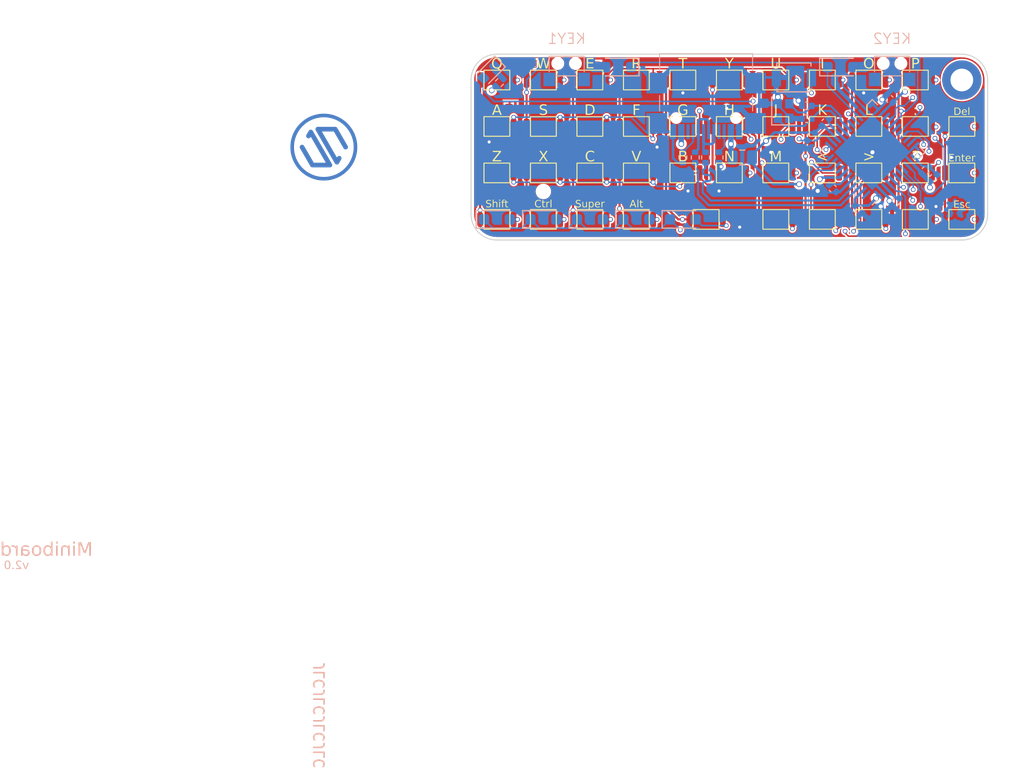
<source format=kicad_pcb>
(kicad_pcb (version 20221018) (generator pcbnew)
  (title_block (title "Miniboard") (rev "2.0") (comment 1 "MIT License (Open source hardware)"))
  (layers (0 "F.Cu" signal) (1 "In1.Cu" signal) (2 "In2.Cu" signal) (31 "B.Cu" signal) (34 "B.Paste" user) (35 "F.Paste" user) (36 "B.SilkS" user "B.Silkscreen") (37 "F.SilkS" user "F.Silkscreen") (38 "B.Mask" user) (39 "F.Mask" user) (44 "Edge.Cuts" user))
  (net 0 "")
  (net 1 "+5V")
  (net 2 "GND")
  (net 3 "ROW_0")
  (net 4 "ROW_1")
  (net 5 "ROW_2")
  (net 6 "ROW_3")
  (net 7 "ROW_4")
  (net 8 "VBUS")
  (net 9 "Net-(D1-A)")
  (net 10 "Net-(D2-A)")
  (net 11 "COL_0")
  (net 12 "COL_1")
  (net 13 "COL_2")
  (net 14 "COL_3")
  (net 15 "COL_4")
  (net 16 "COL_5")
  (net 17 "COL_6")
  (net 18 "COL_7")
  (net 19 "COL_8")
  (net 20 "COL_9")
  (net 21 "COL_10")
  (net 22 "Net-(D5-A)")
  (net 23 "Net-(D6-A)")
  (net 24 "Net-(D7-A)")
  (net 25 "Net-(J1-CC1)")
  (net 26 "Net-(J1-D+-PadA6)")
  (net 27 "Net-(J1-D--PadA7)")
  (net 29 "Net-(J1-CC2)")
  (net 31 "Net-(LD1-K)")
  (net 32 "LED")
  (net 33 "USB_D-")
  (net 34 "USB_D+")
  (net 35 "RESET")
  (net 36 "Net-(D3-A)")
  (net 37 "Net-(D4-A)")
  (net 39 "Net-(U1-XTAL1)")
  (net 40 "Net-(U1-XTAL2)")
  (net 41 "Net-(U1-AREF)")
  (net 42 "Net-(U1-UCAP)")
  (footprint "Miniboard:SW_1TS015A" (layer "F.Cu") (at 99.845 81.99)
    (fp_text reference "KEY24" hide)
    (fp_text value "SW_Push_45deg")
  )
  (footprint "Miniboard:SW_1TS015A" (layer "F.Cu") (at 144.845 81.99)
    (fp_text reference "KEY34" hide)
    (fp_text value "SW_Push_45deg")
  )
  (footprint "Miniboard:SW_1TS015A" (layer "F.Cu") (at 108.845 81.99)
    (fp_text reference "KEY26" hide)
    (fp_text value "SW_Push_45deg")
  )
  (footprint "Miniboard:SW_1TS015A" (layer "F.Cu") (at 122.345 77.49)
    (fp_text reference "KEY18" hide)
    (fp_text value "SW_Push_45deg")
  )
  (footprint "Miniboard:SW_1TS015A" (layer "F.Cu") (at 140.345 86.49)
    (fp_text reference "KEY43" hide)
    (fp_text value "SW_Push_45deg")
  )
  (footprint "Miniboard:SW_1TS015A" (layer "F.Cu") (at 99.845 86.49)
    (fp_text reference "KEY35" hide)
    (fp_text value "SW_Push_45deg")
  )
  (footprint "Miniboard:SW_1TS015A" (layer "F.Cu") (at 135.845 86.49)
    (fp_text reference "KEY42" hide)
    (fp_text value "SW_Push_45deg")
  )
  (footprint "Miniboard:SW_1TS015A" (layer "F.Cu") (at 108.845 72.99)
    (fp_text reference "KEY5" hide)
    (fp_text value "SW_Push_45deg")
  )
  (footprint "Miniboard:SW_1TS015A" (layer "F.Cu") (at 131.345 72.99)
    (fp_text reference "KEY10" hide)
    (fp_text value "SW_Push_45deg")
  )
  (footprint "Miniboard:SW_1TS015A" (layer "F.Cu") (at 126.845 72.99)
    (fp_text reference "KEY9" hide)
    (fp_text value "SW_Push_45deg")
  )
  (footprint "Miniboard:SW_1TS015A" (layer "F.Cu") (at 113.345 86.49)
    (fp_text reference "KEY38" hide)
    (fp_text value "SW_Push_45deg")
  )
  (footprint "Miniboard:SW_1TS015A" (layer "F.Cu") (at 131.345 81.99)
    (fp_text reference "KEY31" hide)
    (fp_text value "SW_Push_45deg")
  )
  (footprint "Miniboard:SW_1TS015A" (layer "F.Cu") (at 99.845 77.49)
    (fp_text reference "KEY13" hide)
    (fp_text value "SW_Push_45deg")
  )
  (footprint "Miniboard:SW_1TS015A" (layer "F.Cu") (at 104.345 77.49)
    (fp_text reference "KEY14" hide)
    (fp_text value "SW_Push_45deg")
  )
  (footprint "Miniboard:MountingHole" (layer "F.Cu") (at 104.345 83.79)
    (fp_text reference "H2" hide)
    (fp_text value "MountingHole" hide)
  )
  (footprint "Miniboard:SW_1TS015A" (layer "F.Cu") (at 126.845 86.49)
    (fp_text reference "KEY40" hide)
    (fp_text value "SW_Push_45deg")
  )
  (footprint "Miniboard:SW_1TS015A" (layer "F.Cu") (at 140.345 77.49)
    (fp_text reference "KEY22" hide)
    (fp_text value "SW_Push_45deg")
  )
  (footprint "Miniboard:SW_1TS015A" (layer "F.Cu") (at 144.845 77.49)
    (fp_text reference "KEY23" hide)
    (fp_text value "SW_Push_45deg")
  )
  (footprint "Miniboard:SW_1TS015A" (layer "F.Cu") (at 113.345 81.99)
    (fp_text reference "KEY27" hide)
    (fp_text value "SW_Push_45deg")
  )
  (footprint "Miniboard:SW_1TS015A" (layer "F.Cu") (at 135.845 81.99)
    (fp_text reference "KEY32" hide)
    (fp_text value "SW_Push_45deg")
  )
  (footprint "Miniboard:SW_1TS015A" (layer "F.Cu") (at 144.845 86.49)
    (fp_text reference "KEY44" hide)
    (fp_text value "SW_Push_45deg")
  )
  (footprint "Miniboard:SW_1TS015A" (layer "F.Cu") (at 126.845 77.49)
    (fp_text reference "KEY19" hide)
    (fp_text value "SW_Push_45deg")
  )
  (footprint "Miniboard:SW_1TS015A" (layer "F.Cu") (at 117.845 81.99)
    (fp_text reference "KEY28" hide)
    (fp_text value "SW_Push_45deg")
  )
  (footprint "MountingHole:MountingHole_2.2mm_M2_DIN965_Pad" (layer "F.Cu") (at 144.845 72.99)
    (fp_text reference "H3" hide)
    (fp_text value "MountingHole_Pad" hide)
  )
  (footprint "Miniboard:SW_1TS015A" (layer "F.Cu") (at 104.345 86.49)
    (fp_text reference "KEY36" hide)
    (fp_text value "SW_Push_45deg")
  )
  (footprint "Miniboard:SW_1TS015A" (layer "F.Cu") (at 117.845 72.99)
    (fp_text reference "KEY7" hide)
    (fp_text value "SW_Push_45deg")
  )
  (footprint "Miniboard:SW_1TS015A" (layer "F.Cu") (at 99.845 72.99)
    (fp_text reference "KEY3" hide)
    (fp_text value "SW_Push_45deg")
  )
  (footprint "Miniboard:SW_1TS015A" (layer "F.Cu") (at 120.095 86.49)
    (fp_text reference "KEY39" hide)
    (fp_text value "SW_Push_45deg")
  )
  (footprint "Miniboard:SW_1TS015A" (layer "F.Cu") (at 113.345 72.99)
    (fp_text reference "KEY6" hide)
    (fp_text value "SW_Push_45deg")
  )
  (footprint "Miniboard:SW_1TS015A" (layer "F.Cu") (at 104.345 81.99)
    (fp_text reference "KEY25" hide)
    (fp_text value "SW_Push_45deg")
  )
  (footprint "Miniboard:SW_1TS015A" (layer "F.Cu") (at 135.845 72.99)
    (fp_text reference "KEY11" hide)
    (fp_text value "SW_Push_45deg")
  )
  (footprint "Miniboard:SW_1TS015A" (layer "F.Cu") (at 126.845 81.99)
    (fp_text reference "KEY30" hide)
    (fp_text value "SW_Push_45deg")
  )
  (footprint "Miniboard:SW_1TS015A" (layer "F.Cu") (at 131.345 77.49)
    (fp_text reference "KEY20" hide)
    (fp_text value "SW_Push_45deg")
  )
  (footprint "Miniboard:SW_1TS015A" (layer "F.Cu") (at 131.345 86.49)
    (fp_text reference "KEY41" hide)
    (fp_text value "SW_Push_45deg")
  )
  (footprint "Miniboard:SW_1TS015A" (layer "F.Cu") (at 113.345 77.49)
    (fp_text reference "KEY16" hide)
    (fp_text value "SW_Push_45deg")
  )
  (footprint "Miniboard:SW_1TS015A" (layer "F.Cu") (at 117.845 77.49)
    (fp_text reference "KEY17" hide)
    (fp_text value "SW_Push_45deg")
  )
  (footprint "Miniboard:SW_1TS015A" (layer "F.Cu") (at 108.845 86.49)
    (fp_text reference "KEY37" hide)
    (fp_text value "SW_Push_45deg")
  )
  (footprint "Miniboard:SW_1TS015A" (layer "F.Cu") (at 140.345 81.99)
    (fp_text reference "KEY33" hide)
    (fp_text value "SW_Push_45deg")
  )
  (footprint "Miniboard:SW_1TS015A" (layer "F.Cu") (at 140.345 72.99)
    (fp_text reference "KEY12" hide)
    (fp_text value "SW_Push_45deg")
  )
  (footprint "Miniboard:SW_1TS015A" (layer "F.Cu") (at 108.845 77.49)
    (fp_text reference "KEY15" hide)
    (fp_text value "SW_Push_45deg")
  )
  (footprint "Miniboard:SW_1TS015A" (layer "F.Cu") (at 104.345 72.99)
    (fp_text reference "KEY4" hide)
    (fp_text value "SW_Push_45deg")
  )
  (footprint "Miniboard:SW_1TS015A" (layer "F.Cu") (at 122.345 72.99)
    (fp_text reference "KEY8" hide)
    (fp_text value "SW_Push_45deg")
  )
  (footprint "Miniboard:SW_1TS015A" (layer "F.Cu") (at 122.345 81.99)
    (fp_text reference "KEY29" hide)
    (fp_text value "SW_Push_45deg")
  )
  (footprint "Miniboard:SW_1TS015A" (layer "F.Cu") (at 135.845 77.49)
    (fp_text reference "KEY21" hide)
    (fp_text value "SW_Push_45deg")
  )
  (footprint "Diode_SMD:D_SOD-323_HandSoldering" (layer "B.Cu") (at 133.095 71.74)
    (fp_text reference "D2" hide)
    (fp_text value "1N4148")
  )
  (footprint "Resistor_SMD:R_0402_1005Metric" (layer "B.Cu") (at 120.045 80.49 -90)
    (fp_text reference "R4" hide)
    (fp_text value "22")
  )
  (footprint "Resistor_SMD:R_0402_1005Metric" (layer "B.Cu") (at 121.345 80.49 -90)
    (fp_text reference "R2" hide)
    (fp_text value "5.1k")
  )
  (footprint "Capacitor_SMD:C_0402_1005Metric" (layer "B.Cu") (at 141.345 81.74 -135)
    (fp_text reference "C5" hide)
    (fp_text value "100nF")
  )
  (footprint "Capacitor_SMD:C_0402_1005Metric" (layer "B.Cu") (at 129.845 75.49)
    (fp_text reference "C6" hide)
    (fp_text value "12pF")
  )
  (footprint "Resistor_SMD:R_0402_1005Metric" (layer "B.Cu") (at 100.095 73.24 -135)
    (fp_text reference "R5" hide)
    (fp_text value "5.1k")
  )
  (footprint "Diode_SMD:D_SOD-323_HandSoldering" (layer "B.Cu") (at 104.345 86.49)
    (fp_text reference "D4" hide)
    (fp_text value "1N4148")
  )
  (footprint "Resistor_SMD:R_0402_1005Metric" (layer "B.Cu") (at 117.845 80.49 -90)
    (fp_text reference "R1" hide)
    (fp_text value "5.1k")
  )
  (footprint "Capacitor_SMD:C_0402_1005Metric" (layer "B.Cu") (at 131.645 77.09 45)
    (fp_text reference "C3" hide)
    (fp_text value "100nF")
  )
  (footprint "Capacitor_SMD:C_0402_1005Metric" (layer "B.Cu") (at 129.845 76.74)
    (fp_text reference "C7" hide)
    (fp_text value "12pF")
  )
  (footprint "Crystal:Crystal_SMD_2016-4Pin_2.0x1.6mm" (layer "B.Cu") (at 127.595 75.99 90)
    (fp_text reference "Y1" hide)
    (fp_text value "16MHz")
  )
  (footprint "Miniboard:USB-C_16p_918-418K2023S40023" (layer "B.Cu") (at 120.095 74.49)
    (fp_text reference "J1" hide)
    (fp_text value "USB_C_Receptacle_USB2.0")
  )
  (footprint "Capacitor_SMD:C_0402_1005Metric" (layer "B.Cu") (at 138.445 84.79 -135)
    (fp_text reference "C8" hide)
    (fp_text value "100nF")
  )
  (footprint "Capacitor_SMD:C_0402_1005Metric" (layer "B.Cu") (at 142.095 82.49 -135)
    (fp_text reference "C1" hide)
    (fp_text value "1uF")
  )
  (footprint "Button_Switch_SMD:SW_SPST_B3U-1000P" (layer "B.Cu") (at 128.595 72.74)
    (fp_text reference "SW1" hide)
    (fp_text value "RESET")
  )
  (footprint "Resistor_SMD:R_0402_1005Metric" (layer "B.Cu") (at 130.245 78.49 -135)
    (fp_text reference "R6" hide)
    (fp_text value "10k")
  )
  (footprint "Capacitor_SMD:C_0402_1005Metric" (layer "B.Cu") (at 137.845 74.8258 135)
    (fp_text reference "C4" hide)
    (fp_text value "100nF")
  )
  (footprint "Diode_SMD:D_SOD-323_HandSoldering" (layer "B.Cu") (at 113.345 86.49)
    (fp_text reference "D6" hide)
    (fp_text value "1N4148")
  )
  (footprint "Capacitor_SMD:C_0402_1005Metric" (layer "B.Cu") (at 132.345 83.49 -45)
    (fp_text reference "C9" hide)
    (fp_text value "1uF")
  )
  (footprint "Diode_SMD:D_SOD-323_HandSoldering" (layer "B.Cu") (at 111.595 71.74 180)
    (fp_text reference "D1" hide)
    (fp_text value "1N4148")
  )
  (footprint "Diode_SMD:D_SOD-323_HandSoldering" (layer "B.Cu") (at 108.845 86.49)
    (fp_text reference "D5" hide)
    (fp_text value "1N4148")
  )
  (footprint "Diode_SMD:D_SOD-323_HandSoldering" (layer "B.Cu") (at 99.845 86.49)
    (fp_text reference "D3" hide)
    (fp_text value "1N4148")
  )
  (footprint "Fuse:Fuse_0805_2012Metric" (layer "B.Cu") (at 123.595 80.49)
    (fp_text reference "F1" hide)
    (fp_text value "500mA, 6V")
  )
  (footprint "Miniboard:SW_2x4x3.5mm_side" (layer "B.Cu") (at 138.095 71.39 180)
    (fp_text reference "KEY2")
    (fp_text value "SW_Push_45deg")
  )
  (footprint "Miniboard:SW_2x4x3.5mm_side" (layer "B.Cu") (at 106.595 71.39 180)
    (fp_text reference "KEY1")
    (fp_text value "SW_Push_45deg")
  )
  (footprint "Resistor_SMD:R_0402_1005Metric" (layer "B.Cu") (at 119.045 80.49 -90)
    (fp_text reference "R3" hide)
    (fp_text value "22")
  )
  (footprint "LED_SMD:LED_0603_1608Metric" (layer "B.Cu") (at 99.095 72.24 -135)
    (fp_text reference "LD1" hide)
    (fp_text value "Blue")
  )
  (footprint "Diode_SMD:D_SOD-323_HandSoldering" (layer "B.Cu") (at 117.845 86.49)
    (fp_text reference "D7" hide)
    (fp_text value "1N4148")
  )
  (footprint "Package_DFN_QFN:QFN-44-1EP_7x7mm_P0.5mm_EP5.2x5.2mm" (layer "B.Cu") (at 136.1758 79.99 45)
    (fp_text reference "U1" hide)
    (fp_text value "ATmega32U4-M")
  )
  (footprint "LOGO" (layer "B.Cu") (at 83.095 79.49 180)
    (fp_text reference "G***" hide)
    (fp_text value "LOGO" hide)
  )
  (footprint "Capacitor_SMD:C_0402_1005Metric" (layer "B.Cu") (at 134.845 85.49 -45)
    (fp_text reference "C2" hide)
    (fp_text value "1uF")
  )
  (gr_poly (pts (xy 144.044993 84.473411) (xy 144.044389 84.473456) (xy 144.043787 84.47353) (xy 144.04319 84.473632) (xy 144.042597 84.473762) (xy 144.04201 84.473918) (xy 144.04143 84.474101) (xy 144.040857 84.474309) (xy 144.040292 84.474542) (xy 144.039737 84.474798) (xy 144.039192 84.475077) (xy 144.038658 84.475379) (xy 144.038136 84.475703) (xy 144.037626 84.476047) (xy 144.037131 84.476411) (xy 144.03665 84.476795) (xy 144.036185 84.477198) (xy 144.035736 84.477618) (xy 144.035304 84.478056) (xy 144.034891 84.47851) (xy 144.034496 84.478979) (xy 144.034122 84.479464) (xy 144.033769 84.479963) (xy 144.033437 84.480475) (xy 144.033128 84.481) (xy 144.032843 84.481537) (xy 144.032582 84.482085) (xy 144.032347 84.482644) (xy 144.032138 84.483212) (xy 144.031956 84.48379) (xy 144.031802 84.484376) (xy 144.031677 84.484969) (xy 143.981433 84.754892) (xy 143.981306 84.75549) (xy 143.981152 84.75609) (xy 143.980765 84.757292) (xy 143.980281 84.758491) (xy 143.979704 84.759678) (xy 143.979043 84.760845) (xy 143.978303 84.761985) (xy 143.977492 84.76309) (xy 143.976617 84.764153) (xy 143.975683 84.765164) (xy 143.974699 84.766117) (xy 143.97367 84.767003) (xy 143.972603 84.767815) (xy 143.971506 84.768545) (xy 143.970385 84.769185) (xy 143.969818 84.769468) (xy 143.969247 84.769727) (xy 143.968673 84.769959) (xy 143.968098 84.770163) (xy 143.787186 84.84422) (xy 143.786062 84.844715) (xy 143.78487 84.845128) (xy 143.783621 84.845461) (xy 143.782324 84.845713) (xy 143.780991 84.845886) (xy 143.779632 84.845981) (xy 143.778257 84.845997) (xy 143.776878 84.845937) (xy 143.775503 84.8458) (xy 143.774145 84.845587) (xy 143.772812 84.845299) (xy 143.771517 84.844937) (xy 143.770269 84.844501) (xy 143.769079 84.843992) (xy 143.767957 84.843412) (xy 143.766914 84.84276) (xy 143.54141 84.68801) (xy 143.540902 84.687679) (xy 143.540379 84.687374) (xy 143.539842 84.687095) (xy 143.539292 84.686841) (xy 143.538731 84.686612) (xy 143.538159 84.686409) (xy 143.537578 84.686231) (xy 143.536989 84.686078) (xy 143.536393 84.685951) (xy 143.535791 84.685848) (xy 143.534574 84.685716) (xy 143.533348 84.685683) (xy 143.532121 84.685748) (xy 143.530902 84.685909) (xy 143.529702 84.686166) (xy 143.528529 84.686519) (xy 143.527955 84.68673) (xy 143.527392 84.686965) (xy 143.52684 84.687224) (xy 143.526301 84.687505) (xy 143.525775 84.68781) (xy 143.525264 84.688138) (xy 143.524769 84.688488) (xy 143.524291 84.688862) (xy 143.523832 84.689258) (xy 143.523391 84.689677) (xy 143.333479 84.87959) (xy 143.33306 84.88003) (xy 143.332664 84.88049) (xy 143.332291 84.880968) (xy 143.331941 84.881463) (xy 143.331614 84.881974) (xy 143.33131 84.8825) (xy 143.330772 84.883593) (xy 143.330327 84.884731) (xy 143.329977 84.885905) (xy 143.329721 84.887107) (xy 143.329562 84.888327) (xy 143.329498 84.889555) (xy 143.329532 84.890783) (xy 143.329664 84.892001) (xy 143.329894 84.893201) (xy 143.330223 84.894372) (xy 143.330425 84.894944) (xy 143.330652 84.895505) (xy 143.330904 84.896055) (xy 143.331181 84.896592) (xy 143.331484 84.897116) (xy 143.331812 84.897624) (xy 143.483863 85.119239) (xy 143.484517 85.120286) (xy 143.485097 85.12141) (xy 143.485603 85.122599) (xy 143.486035 85.123845) (xy 143.48639 85.125135) (xy 143.48667 85.126461) (xy 143.486873 85.127812) (xy 143.486998 85.129178) (xy 143.487045 85.130549) (xy 143.487014 85.131914) (xy 143.486903 85.133263) (xy 143.486711 85.134586) (xy 143.48644 85.135874) (xy 143.486086 85.137114) (xy 143.485651 85.138298) (xy 143.485133 85.139416) (xy 143.405139 85.326042) (xy 143.404682 85.327188) (xy 143.40412 85.328324) (xy 143.403461 85.329442) (xy 143.402714 85.330536) (xy 143.401885 85.331599) (xy 143.400984 85.332625) (xy 143.400017 85.333607) (xy 143.398993 85.334537) (xy 143.39792 85.33541) (xy 143.396805 85.336218) (xy 143.395657 85.336954) (xy 143.394483 85.337613) (xy 143.393292 85.338186) (xy 143.392091 85.338668) (xy 143.390888 85.339051) (xy 143.389692 85.33933) (xy 143.128723 85.387859) (xy 143.128131 85.387987) (xy 143.127547 85.388144) (xy 143.126971 85.388328) (xy 143.126403 85.388539) (xy 143.125846 85.388776) (xy 143.125299 85.389039) (xy 143.124763 85.389326) (xy 143.124239 85.389636) (xy 143.123229 85.390323) (xy 143.122277 85.391093) (xy 143.121387 85.391939) (xy 143.120565 85.392854) (xy 143.119819 85.393831) (xy 143.119152 85.394863) (xy 143.118573 85.395943) (xy 143.118317 85.396499) (xy 143.118086 85.397064) (xy 143.117879 85.397637) (xy 143.117697 85.398218) (xy 143.117542 85.398806) (xy 143.117413 85.399399) (xy 143.117312 85.399998) (xy 143.117239 85.4006) (xy 143.117196 85.401206) (xy 143.117182 85.401813) (xy 143.117214 85.670403) (xy 143.117229 85.671009) (xy 143.117274 85.671614) (xy 143.117348 85.672216) (xy 143.117451 85.672814) (xy 143.117581 85.673407) (xy 143.117738 85.673995) (xy 143.117921 85.674576) (xy 143.118129 85.67515) (xy 143.118362 85.675716) (xy 143.118619 85.676272) (xy 143.118899 85.676818) (xy 143.119201 85.677354) (xy 143.119525 85.677877) (xy 143.11987 85.678387) (xy 143.120235 85.678884) (xy 143.120619 85.679366) (xy 143.121022 85.679832) (xy 143.121442 85.680282) (xy 143.12188 85.680715) (xy 143.122334 85.681129) (xy 143.122804 85.681524) (xy 143.123289 85.681899) (xy 143.123787 85.682253) (xy 143.124299 85.682585) (xy 143.124824 85.682894) (xy 143.125361 85.683179) (xy 143.125908 85.68344) (xy 143.126466 85.683675) (xy 143.127034 85.683883) (xy 143.12761 85.684064) (xy 143.128195 85.684217) (xy 143.128787 85.684341) (xy 143.383342 85.731712) (xy 143.383942 85.731835) (xy 143.384542 85.731985) (xy 143.385143 85.732163) (xy 143.385743 85.732366) (xy 143.386938 85.732848) (xy 143.388119 85.733423) (xy 143.389278 85.734085) (xy 143.390409 85.734827) (xy 143.391503 85.735642) (xy 143.392552 85.736522) (xy 143.393549 85.737461) (xy 143.394487 85.738452) (xy 143.395358 85.739488) (xy 143.396154 85.740561) (xy 143.396868 85.741666) (xy 143.397492 85.742794) (xy 143.398018 85.743939) (xy 143.398243 85.744516) (xy 143.39844 85.745094) (xy 143.47791 85.943611) (xy 143.478401 85.94474) (xy 143.478811 85.945936) (xy 143.47914 85.947188) (xy 143.479389 85.948487) (xy 143.479558 85.94982) (xy 143.479649 85.951179) (xy 143.479662 85.952553) (xy 143.479598 85.953932) (xy 143.479459 85.955305) (xy 143.479243 85.956661) (xy 143.478954 85.957992) (xy 143.478591 85.959285) (xy 143.478155 85.960531) (xy 143.477646 85.96172) (xy 143.477067 85.962841) (xy 143.476418 85.963884) (xy 143.331812 86.174593) (xy 143.331481 86.175101) (xy 143.331176 86.175624) (xy 143.330897 86.176161) (xy 143.330643 86.176711) (xy 143.330414 86.177273) (xy 143.330211 86.177846) (xy 143.330033 86.178428) (xy 143.32988 86.179018) (xy 143.329753 86.179615) (xy 143.32965 86.180218) (xy 143.329518 86.181438) (xy 143.329485 86.182667) (xy 143.32955 86.183897) (xy 143.329711 86.185118) (xy 143.329969 86.186322) (xy 143.330321 86.187497) (xy 143.330532 86.188072) (xy 143.330767 86.188637) (xy 143.331026 86.18919) (xy 143.331307 86.18973) (xy 143.331612 86.190257) (xy 143.33194 86.190768) (xy 143.33229 86.191264) (xy 143.332664 86.191742) (xy 143.33306 86.192202) (xy 143.333479 86.192642) (xy 143.523423 86.382555) (xy 143.523861 86.382971) (xy 143.524318 86.383365) (xy 143.524794 86.383736) (xy 143.525287 86.384084) (xy 143.525796 86.38441) (xy 143.526321 86.384712) (xy 143.527411 86.385249) (xy 143.528547 86.385693) (xy 143.52972 86.386043) (xy 143.530921 86.386299) (xy 143.532141 86.38646) (xy 143.533369 86.386525) (xy 143.534598 86.386493) (xy 143.535817 86.386364) (xy 143.537017 86.386136) (xy 143.538188 86.385808) (xy 143.538761 86.385607) (xy 143.539323 86.385381) (xy 143.539873 86.385129) (xy 143.54041 86.384852) (xy 143.540933 86.38455) (xy 143.541441 86.384222) (xy 143.748436 86.242157) (xy 143.749476 86.241509) (xy 143.750591 86.240941) (xy 143.751769 86.240453) (xy 143.753001 86.240045) (xy 143.754276 86.239718) (xy 143.755585 86.239471) (xy 143.756917 86.239305) (xy 143.758262 86.23922) (xy 143.75961 86.239216) (xy 143.760951 86.239293) (xy 143.762275 86.239452) (xy 143.763571 86.239692) (xy 143.76483 86.240014) (xy 143.766041 86.240419) (xy 143.767194 86.240905) (xy 143.768279 86.241474) (xy 143.859561 86.29021) (xy 143.860106 86.29047) (xy 143.860657 86.290698) (xy 143.861211 86.290895) (xy 143.861767 86.291062) (xy 143.862326 86.291198) (xy 143.862885 86.291304) (xy 143.863443 86.29138) (xy 143.864001 86.291428) (xy 143.864556 86.291446) (xy 143.865109 86.291436) (xy 143.865657 86.291397) (xy 143.866201 86.291331) (xy 143.866738 86.291237) (xy 143.867269 86.291116) (xy 143.867792 86.290968) (xy 143.868306 86.290794) (xy 143.86881 86.290593) (xy 143.869304 86.290367) (xy 143.869786 86.290115) (xy 143.870255 86.289838) (xy 143.870711 86.289537) (xy 143.871153 86.289211) (xy 143.871579 86.288861) (xy 143.871989 86.288487) (xy 143.872381 86.28809) (xy 143.872755 86.28767) (xy 143.87311 86.287227) (xy 143.873445 86.286762) (xy 143.873758 86.286275) (xy 143.87405 86.285766) (xy 143.874318 86.285237) (xy 143.874562 86.284686) (xy 144.062761 85.829899) (xy 144.062978 85.829333) (xy 144.063167 85.828759) (xy 144.063327 85.828177) (xy 144.06346 85.827589) (xy 144.063564 85.826995) (xy 144.063641 85.826397) (xy 144.063691 85.825796) (xy 144.063715 85.825193) (xy 144.063712 85.824589) (xy 144.063683 85.823985) (xy 144.063629 85.823381) (xy 144.063549 85.822781) (xy 144.063445 85.822183) (xy 144.063316 85.82159) (xy 144.063163 85.821002) (xy 144.062987 85.820421) (xy 144.062787 85.819848) (xy 144.062564 85.819283) (xy 144.062319 85.818728) (xy 144.062051 85.818184) (xy 144.061761 85.817652) (xy 144.06145 85.817133) (xy 144.061118 85.816628) (xy 144.060765 85.816138) (xy 144.060391 85.815665) (xy 144.059998 85.815208) (xy 144.059585 85.814771) (xy 144.059152 85.814353) (xy 144.058701 85.813955) (xy 144.058231 85.813579) (xy 144.057742 85.813226) (xy 144.057236 85.812897) (xy 144.034392 85.798911) (xy 144.032748 85.797864) (xy 144.030992 85.796669) (xy 144.029159 85.795351) (xy 144.02728 85.793938) (xy 144.02539 85.792455) (xy 144.02352 85.790928) (xy 144.021705 85.789383) (xy 144.019978 85.787846) (xy 144.004855 85.777495) (xy 143.990423 85.766256) (xy 143.97672 85.754169) (xy 143.963786 85.741273) (xy 143.951661 85.727606) (xy 143.940383 85.713208) (xy 143.929993 85.698119) (xy 143.920529 85.682376) (xy 143.91203 85.666021) (xy 143.904537 85.64909) (xy 143.898089 85.631625) (xy 143.892725 85.613664) (xy 143.888484 85.595245) (xy 143.885406 85.576409) (xy 143.883531 85.557194) (xy 143.882897 85.53764) (xy 143.883283 85.522354) (xy 143.88443 85.507269) (xy 143.886319 85.492404) (xy 143.888931 85.477776) (xy 143.892248 85.463405) (xy 143.896251 85.449309) (xy 143.90092 85.435508) (xy 143.906239 85.422019) (xy 143.912187 85.408861) (xy 143.918747 85.396053) (xy 143.925899 85.383614) (xy 143.933624 85.371562) (xy 143.941906 85.359917) (xy 143.950723 85.348696) (xy 143.960059 85.337918) (xy 143.969894 85.327602) (xy 143.980209 85.317767) (xy 143.990987 85.308431) (xy 144.002207 85.299613) (xy 144.013852 85.291331) (xy 144.025904 85.283605) (xy 144.038342 85.276453) (xy 144.051149 85.269894) (xy 144.064306 85.263945) (xy 144.077794 85.258627) (xy 144.091595 85.253957) (xy 144.105689 85.249954) (xy 144.120059 85.246638) (xy 144.134686 85.244025) (xy 144.14955 85.242137) (xy 144.164634 85.240989) (xy 144.179918 85.240603) (xy 144.195202 85.240989) (xy 144.210286 85.242137) (xy 144.225151 85.244025) (xy 144.239778 85.246638) (xy 144.254148 85.249954) (xy 144.268243 85.253957) (xy 144.282044 85.258627) (xy 144.295533 85.263945) (xy 144.30869 85.269894) (xy 144.321498 85.276453) (xy 144.333937 85.283605) (xy 144.345989 85.291331) (xy 144.357635 85.299613) (xy 144.368856 85.308431) (xy 144.379634 85.317767) (xy 144.38995 85.327602) (xy 144.399786 85.337918) (xy 144.409122 85.348696) (xy 144.417941 85.359917) (xy 144.426223 85.371562) (xy 144.433949 85.383614) (xy 144.441102 85.396053) (xy 144.447662 85.408861) (xy 144.453611 85.422019) (xy 144.45893 85.435508) (xy 144.4636 85.449309) (xy 144.467603 85.463405) (xy 144.47092 85.477776) (xy 144.473532 85.492404) (xy 144.475422 85.507269) (xy 144.476569 85.522354) (xy 144.476955 85.53764) (xy 144.476796 85.547457) (xy 144.476321 85.557194) (xy 144.475536 85.566847) (xy 144.474445 85.576409) (xy 144.473054 85.585877) (xy 144.471366 85.595245) (xy 144.469389 85.604509) (xy 144.467125 85.613664) (xy 144.46458 85.622704) (xy 144.46176 85.631625) (xy 144.458668 85.640422) (xy 144.455311 85.64909) (xy 144.451692 85.657625) (xy 144.447817 85.666021) (xy 144.439318 85.682376) (xy 144.429853 85.698119) (xy 144.419462 85.713208) (xy 144.408184 85.727606) (xy 144.396059 85.741273) (xy 144.383126 85.754169) (xy 144.369425 85.766256) (xy 144.354994 85.777495) (xy 144.339875 85.787846) (xy 144.338137 85.789383) (xy 144.336316 85.790928) (xy 144.334443 85.792455) (xy 144.33255 85.793938) (xy 144.33067 85.795351) (xy 144.328835 85.796668) (xy 144.327077 85.797864) (xy 144.325428 85.798911) (xy 144.302584 85.812897) (xy 144.302075 85.813226) (xy 144.301584 85.813579) (xy 144.301112 85.813955) (xy 144.300658 85.814353) (xy 144.300224 85.814771) (xy 144.299809 85.815208) (xy 144.29904 85.816138) (xy 144.298353 85.817133) (xy 144.297751 85.818184) (xy 144.297238 85.819283) (xy 144.296816 85.820421) (xy 144.296487 85.82159) (xy 144.296256 85.822781) (xy 144.296124 85.823985) (xy 144.296094 85.825193) (xy 144.296171 85.826397) (xy 144.296249 85.826995) (xy 144.296355 85.827589) (xy 144.296488 85.828177) (xy 144.29665 85.828759) (xy 144.29684 85.829333) (xy 144.29706 85.829899) (xy 144.485273 86.28467) (xy 144.485518 86.285221) (xy 144.485787 86.285751) (xy 144.486078 86.28626) (xy 144.486392 86.286747) (xy 144.486727 86.287212) (xy 144.487082 86.287655) (xy 144.487457 86.288076) (xy 144.48785 86.288473) (xy 144.48826 86.288848) (xy 144.488686 86.289198) (xy 144.489128 86.289525) (xy 144.489585 86.289827) (xy 144.490055 86.290104) (xy 144.490537 86.290356) (xy 144.491031 86.290583) (xy 144.491536 86.290784) (xy 144.492051 86.290959) (xy 144.492574 86.291107) (xy 144.493105 86.291228) (xy 144.493642 86.291322) (xy 144.494186 86.291389) (xy 144.494734 86.291427) (xy 144.495287 86.291437) (xy 144.495842 86.291419) (xy 144.496399 86.291371) (xy 144.496957 86.291294) (xy 144.497516 86.291187) (xy 144.498073 86.29105) (xy 144.498629 86.290883) (xy 144.499182 86.290685) (xy 144.499731 86.290455) (xy 144.500275 86.290195) (xy 144.591557 86.241458) (xy 144.592639 86.24089) (xy 144.59379 86.240404) (xy 144.595 86.24) (xy 144.596258 86.239679) (xy 144.597554 86.239439) (xy 144.598878 86.239281) (xy 144.600219 86.239205) (xy 144.601568 86.23921) (xy 144.602914 86.239296) (xy 144.604247 86.239462) (xy 144.605557 86.239709) (xy 144.606833 86.240036) (xy 144.608066 86.240443) (xy 144.609245 86.24093) (xy 144.61036 86.241496) (xy 144.6114 86.242141) (xy 144.818379 86.384206) (xy 144.818888 86.384534) (xy 144.819413 86.384837) (xy 144.819951 86.385114) (xy 144.820502 86.385365) (xy 144.821065 86.385592) (xy 144.821638 86.385793) (xy 144.82222 86.385969) (xy 144.822811 86.38612) (xy 144.823408 86.386247) (xy 144.824011 86.386348) (xy 144.82523 86.386478) (xy 144.826459 86.38651) (xy 144.827687 86.386445) (xy 144.828907 86.386284) (xy 144.830108 86.386027) (xy 144.831282 86.385677) (xy 144.831855 86.385467) (xy 144.832418 86.385233) (xy 144.83297 86.384976) (xy 144.833509 86.384697) (xy 144.834034 86.384394) (xy 144.834545 86.384068) (xy 144.835039 86.38372) (xy 144.835515 86.383349) (xy 144.835974 86.382955) (xy 144.836413 86.382539) (xy 145.026357 86.192627) (xy 145.026774 86.192186) (xy 145.027169 86.191727) (xy 145.027542 86.191248) (xy 145.027891 86.190753) (xy 145.028218 86.190241) (xy 145.028522 86.189714) (xy 145.02906 86.188621) (xy 145.029505 86.187482) (xy 145.029856 86.186306) (xy 145.030113 86.185103) (xy 145.030274 86.183882) (xy 145.030339 86.182652) (xy 145.030307 86.181422) (xy 145.030176 86.180203) (xy 145.029947 86.179002) (xy 145.029618 86.17783) (xy 145.029416 86.177258) (xy 145.029188 86.176696) (xy 145.028935 86.176145) (xy 145.028657 86.175608) (xy 145.028353 86.175085) (xy 145.028024 86.174577) (xy 144.883434 85.963868) (xy 144.882779 85.962825) (xy 144.882196 85.961704) (xy 144.881684 85.960516) (xy 144.881245 85.959269) (xy 144.88088 85.957976) (xy 144.880589 85.956646) (xy 144.880374 85.955289) (xy 144.880234 85.953916) (xy 144.88017 85.952538) (xy 144.880184 85.951164) (xy 144.880275 85.949805) (xy 144.880445 85.948471) (xy 144.880695 85.947173) (xy 144.881024 85.945921) (xy 144.881435 85.944725) (xy 144.881926 85.943596) (xy 144.961397 85.745079) (xy 144.961592 85.7445) (xy 144.961816 85.743923) (xy 144.962341 85.742778) (xy 144.962965 85.74165) (xy 144.96368 85.740545) (xy 144.964478 85.739472) (xy 144.965351 85.738436) (xy 144.966292 85.737445) (xy 144.967292 85.736506) (xy 144.968344 85.735626) (xy 144.969441 85.734811) (xy 144.970574 85.73407) (xy 144.971735 85.733408) (xy 144.972917 85.732832) (xy 144.974112 85.732351) (xy 144.975312 85.73197) (xy 144.975912 85.731819) (xy 144.97651 85.731696) (xy 145.231065 85.684325) (xy 145.231658 85.684202) (xy 145.232244 85.684049) (xy 145.232822 85.683868) (xy 145.23339 85.683659) (xy 145.233949 85.683424) (xy 145.234497 85.683163) (xy 145.235034 85.682878) (xy 145.235559 85.682569) (xy 145.236071 85.682237) (xy 145.23657 85.681883) (xy 145.237524 85.681113) (xy 145.238416 85.680267) (xy 145.239239 85.67935) (xy 145.239987 85.678371) (xy 145.240655 85.677338) (xy 145.241236 85.676256) (xy 145.241725 85.675134) (xy 145.241933 85.67456) (xy 145.242116 85.673979) (xy 145.242272 85.673391) (xy 145.242402 85.672798) (xy 145.242504 85.6722) (xy 145.242578 85.671598) (xy 145.242623 85.670993) (xy 145.242638 85.670387) (xy 145.242654 85.401798) (xy 145.242639 85.401191) (xy 145.242594 85.400587) (xy 145.24252 85.399986) (xy 145.242418 85.399389) (xy 145.242289 85.398796) (xy 145.242133 85.39821) (xy 145.241951 85.39763) (xy 145.241743 85.397057) (xy 145.241511 85.396493) (xy 145.241255 85.395938) (xy 145.240976 85.395393) (xy 145.240675 85.394859) (xy 145.240352 85.394337) (xy 145.240008 85.393828) (xy 145.239644 85.393333) (xy 145.239261 85.392852) (xy 145.238858 85.392387) (xy 145.238438 85.391938) (xy 145.238001 85.391506) (xy 145.237547 85.391092) (xy 145.237078 85.390697) (xy 145.236593 85.390322) (xy 145.236094 85.389968) (xy 145.235582 85.389635) (xy 145.235056 85.389325) (xy 145.234519 85.389039) (xy 145.23397 85.388776) (xy 145.233411 85.388539) (xy 145.232841 85.388328) (xy 145.232263 85.388144) (xy 145.231676 85.387987) (xy 145.231081 85.387859) (xy 144.970128 85.33933) (xy 144.969528 85.339204) (xy 144.968926 85.339051) (xy 144.967719 85.338668) (xy 144.966515 85.338186) (xy 144.965321 85.337613) (xy 144.964146 85.336954) (xy 144.962997 85.336218) (xy 144.961882 85.33541) (xy 144.960809 85.334537) (xy 144.959786 85.333607) (xy 144.958821 85.332625) (xy 144.957921 85.331599) (xy 144.957095 85.330536) (xy 144.95635 85.329442) (xy 144.955694 85.328324) (xy 144.955135 85.327188) (xy 144.954895 85.326616) (xy 144.954681 85.326042) (xy 144.874671 85.139416) (xy 144.874156 85.138298) (xy 144.873723 85.137114) (xy 144.873372 85.135874) (xy 144.873102 85.134586) (xy 144.872911 85.133263) (xy 144.872801 85.131914) (xy 144.872769 85.130549) (xy 144.872816 85.129178) (xy 144.87294 85.127812) (xy 144.873141 85.126461) (xy 144.873419 85.125135) (xy 144.873772 85.123845) (xy 144.8742 85.122599) (xy 144.874702 85.12141) (xy 144.875277 85.120286) (xy 144.875926 85.119239) (xy 145.027992 84.897624) (xy 145.028323 84.897116) (xy 145.028628 84.896592) (xy 145.028907 84.896055) (xy 145.029161 84.895505) (xy 145.029389 84.894944) (xy 145.029592 84.894372) (xy 145.029769 84.89379) (xy 145.029922 84.893201) (xy 145.030049 84.892604) (xy 145.030151 84.892001) (xy 145.030282 84.890783) (xy 145.030314 84.889555) (xy 145.030248 84.888327) (xy 145.030086 84.887107) (xy 145.029829 84.885905) (xy 145.029476 84.884731) (xy 145.029265 84.884157) (xy 145.02903 84.883593) (xy 145.028772 84.88304) (xy 145.028491 84.8825) (xy 145.028187 84.881974) (xy 145.02786 84.881463) (xy 145.02751 84.880968) (xy 145.027138 84.88049) (xy 145.026743 84.88003) (xy 145.026325 84.87959) (xy 144.836397 84.689677) (xy 144.835958 84.689258) (xy 144.835499 84.688862) (xy 144.835023 84.688488) (xy 144.834529 84.688138) (xy 144.834018 84.68781) (xy 144.833493 84.687505) (xy 144.832402 84.686965) (xy 144.831266 84.686519) (xy 144.830092 84.686167) (xy 144.828891 84.685909) (xy 144.827671 84.685748) (xy 144.826443 84.685683) (xy 144.825214 84.685716) (xy 144.823995 84.685848) (xy 144.822795 84.686078) (xy 144.821622 84.686409) (xy 144.821049 84.686612) (xy 144.820486 84.686841) (xy 144.819935 84.687095) (xy 144.819397 84.687374) (xy 144.818872 84.687679) (xy 144.818363 84.68801) (xy 144.592874 84.84276) (xy 144.591834 84.843412) (xy 144.590715 84.843992) (xy 144.589526 84.844501) (xy 144.58828 84.844937) (xy 144.586986 84.845299) (xy 144.585655 84.845587) (xy 144.584297 84.8458) (xy 144.582923 84.845937) (xy 144.581543 84.845997) (xy 144.580167 84.845981) (xy 144.578807 84.845886) (xy 144.577473 84.845713) (xy 144.576175 84.845461) (xy 144.574923 84.845128) (xy 144.573729 84.844715) (xy 144.572602 84.84422) (xy 144.391674 84.770163) (xy 144.390523 84.769727) (xy 144.389383 84.769185) (xy 144.38826 84.768545) (xy 144.387162 84.767815) (xy 144.386095 84.767003) (xy 144.385067 84.766117) (xy 144.384082 84.765164) (xy 144.38315 84.764153) (xy 144.382275 84.76309) (xy 144.381465 84.761985) (xy 144.380726 84.760845) (xy 144.380066 84.759678) (xy 144.37949 84.758491) (xy 144.379006 84.757292) (xy 144.37862 84.75609) (xy 144.37834 84.754892) (xy 144.328111 84.484969) (xy 144.327986 84.484376) (xy 144.327832 84.48379) (xy 144.32765 84.483212) (xy 144.327441 84.482644) (xy 144.327206 84.482085) (xy 144.326945 84.481537) (xy 144.32666 84.481) (xy 144.326351 84.480475) (xy 144.32602 84.479963) (xy 144.325666 84.479464) (xy 144.324898 84.47851) (xy 144.324054 84.477618) (xy 144.32314 84.476795) (xy 144.322165 84.476047) (xy 144.321134 84.475379) (xy 144.320056 84.474798) (xy 144.319502 84.474542) (xy 144.318938 84.474309) (xy 144.318366 84.474101) (xy 144.317786 84.473918) (xy 144.317201 84.473762) (xy 144.316609 84.473632) (xy 144.316013 84.47353) (xy 144.315413 84.473456) (xy 144.31481 84.473411) (xy 144.314205 84.473396) (xy 144.0456 84.473396)) (fill solid) (layer "B.Cu"))
  (gr_arc (start 147.345 85.99) (mid 146.612767 87.757767) (end 144.845 88.49) (stroke (width 0.1)) (layer "Edge.Cuts"))
  (gr_arc (start 144.845 70.49) (mid 146.612767 71.222233) (end 147.345 72.99) (stroke (width 0.1)) (layer "Edge.Cuts"))
  (gr_line (start 97.345 85.99) (end 97.345 72.99) (stroke (width 0.1)) (layer "Edge.Cuts"))
  (gr_line (start 144.845 88.49) (end 99.845 88.49) (stroke (width 0.1)) (layer "Edge.Cuts"))
  (gr_arc (start 99.845 88.49) (mid 98.077233 87.757767) (end 97.345 85.99) (stroke (width 0.1)) (layer "Edge.Cuts"))
  (gr_arc (start 97.345 72.99) (mid 98.077233 71.222233) (end 99.845 70.49) (stroke (width 0.1)) (layer "Edge.Cuts"))
  (gr_line (start 147.345 72.99) (end 147.345 85.99) (stroke (width 0.1)) (layer "Edge.Cuts"))
  (gr_line (start 99.845 70.49) (end 144.845 70.49) (stroke (width 0.1)) (layer "Edge.Cuts"))
  (gr_text "3" (at 109.795 71.99) (layer "F.Cu" knockout) (effects (font (size 0.6 0.6) (thickness 0.1) italic) (justify right bottom)))
  (gr_text "F1" (at 101.745 75.99) (layer "F.Cu" knockout) (effects (font (size 0.7 0.7) (thickness 0.1) italic) (justify right bottom)))
  (gr_text "1" (at 101.195 71.84) (layer "F.Cu" knockout) (effects (font (size 0.6 0.6) (thickness 0.1) italic) (justify right bottom)))
  (gr_text "2" (at 103.695 71.84) (layer "F.Cu" knockout) (effects (font (size 0.6 0.6) (thickness 0.1) italic) (justify right bottom)))
  (gr_text "v${REVISION}" (at 53.345 120.49) (layer "B.SilkS") (effects (font (size 0.8 0.8) (thickness 0.15) italic) (justify bottom mirror)))
  (gr_text "${TITLE}" (at 56.245 119.29) (layer "B.SilkS") (effects (font (size 1.3 1.3)) (justify bottom mirror)))
  (gr_text "JLCJLCJLCJLC" (at 83.245 129.29 90) (layer "B.SilkS") (effects (font (size 1 1)) (justify left bottom mirror)))
  (gr_text "<" (at 131.345 81.04) (layer "F.SilkS") (effects (font (size 1 1) (thickness 0.1)) (justify bottom)))
  (gr_text "?" (at 140.345 81.04) (layer "F.SilkS") (effects (font (size 1 1) (thickness 0.1)) (justify bottom)))
  (gr_text "S" (at 104.345 76.54) (layer "F.SilkS") (effects (font (size 1 1) (thickness 0.1)) (justify bottom)))
  (gr_text ">" (at 135.845 81.04) (layer "F.SilkS") (effects (font (size 1 1) (thickness 0.1)) (justify bottom)))
  (gr_text "K" (at 131.345 76.54) (layer "F.SilkS") (effects (font (size 1 1) (thickness 0.1)) (justify bottom)))
  (gr_text "F" (at 113.345 76.54) (layer "F.SilkS") (effects (font (size 1 1) (thickness 0.1)) (justify bottom)))
  (gr_text "E" (at 108.845 72.04) (layer "F.SilkS") (effects (font (size 1 1) (thickness 0.1)) (justify bottom)))
  (gr_text "A" (at 99.845 76.54) (layer "F.SilkS") (effects (font (size 1 1) (thickness 0.1)) (justify bottom)))
  (gr_text "Enter" (at 144.845 80.99) (layer "F.SilkS") (effects (font (size 0.7 0.7) (thickness 0.1)) (justify bottom)))
  (gr_text "Z" (at 99.845 81.04) (layer "F.SilkS") (effects (font (size 1 1) (thickness 0.1)) (justify bottom)))
  (gr_text "Alt" (at 113.345 85.44) (layer "F.SilkS") (effects (font (size 0.7 0.7) (thickness 0.1)) (justify bottom)))
  (gr_text "R" (at 113.345 72.04) (layer "F.SilkS") (effects (font (size 1 1) (thickness 0.1)) (justify bottom)))
  (gr_text "D" (at 108.845 76.54) (layer "F.SilkS") (effects (font (size 1 1) (thickness 0.1)) (justify bottom)))
  (gr_text "N" (at 122.345 81.04) (layer "F.SilkS") (effects (font (size 1 1) (thickness 0.1)) (justify bottom)))
  (gr_text "Esc" (at 144.845 85.49) (layer "F.SilkS") (effects (font (size 0.7 0.7) (thickness 0.1)) (justify bottom)))
  (gr_text "Del" (at 144.845 76.49) (layer "F.SilkS") (effects (font (size 0.7 0.7) (thickness 0.1)) (justify bottom)))
  (gr_text "P" (at 140.345 72.04) (layer "F.SilkS") (effects (font (size 1 1) (thickness 0.1)) (justify bottom)))
  (gr_text "H" (at 122.345 76.54) (layer "F.SilkS") (effects (font (size 1 1) (thickness 0.1)) (justify bottom)))
  (gr_text "B" (at 117.845 81.04) (layer "F.SilkS") (effects (font (size 1 1) (thickness 0.1)) (justify bottom)))
  (gr_text "C" (at 108.845 81.04) (layer "F.SilkS") (effects (font (size 1 1) (thickness 0.1)) (justify bottom)))
  (gr_text "J" (at 126.845 76.54) (layer "F.SilkS") (effects (font (size 1 1) (thickness 0.1)) (justify bottom)))
  (gr_text "W" (at 104.345 72.04) (layer "F.SilkS") (effects (font (size 1 1) (thickness 0.1)) (justify bottom)))
  (gr_text ":" (at 140.345 76.54) (layer "F.SilkS") (effects (font (size 1 1) (thickness 0.1)) (justify bottom)))
  (gr_text "M" (at 126.845 81.04) (layer "F.SilkS") (effects (font (size 1 1) (thickness 0.1)) (justify bottom)))
  (gr_text "V" (at 113.345 81.04) (layer "F.SilkS") (effects (font (size 1 1) (thickness 0.1)) (justify bottom)))
  (gr_text "L" (at 135.845 76.54) (layer "F.SilkS") (effects (font (size 1 1) (thickness 0.1)) (justify bottom)))
  (gr_text "O\n" (at 135.845 72.04) (layer "F.SilkS") (effects (font (size 1 1) (thickness 0.1)) (justify bottom)))
  (gr_text "G" (at 117.845 76.54) (layer "F.SilkS") (effects (font (size 1 1) (thickness 0.1)) (justify bottom)))
  (gr_text "I" (at 131.345 72.04) (layer "F.SilkS") (effects (font (size 1 1) (thickness 0.1)) (justify bottom)))
  (gr_text "Ctrl" (at 104.345 85.44) (layer "F.SilkS") (effects (font (size 0.7 0.7) (thickness 0.1)) (justify bottom)))
  (gr_text "Q" (at 99.845 72.04) (layer "F.SilkS") (effects (font (size 1 1) (thickness 0.1)) (justify bottom)))
  (gr_text "Shift" (at 99.845 85.44) (layer "F.SilkS") (effects (font (size 0.7 0.7) (thickness 0.1)) (justify bottom)))
  (gr_text "Super" (at 108.845 85.44) (layer "F.SilkS") (effects (font (size 0.7 0.7) (thickness 0.1)) (justify bottom)))
  (gr_text "X" (at 104.345 81.04) (layer "F.SilkS") (effects (font (size 1 1) (thickness 0.1)) (justify bottom)))
  (gr_text "T" (at 117.845 72.04) (layer "F.SilkS") (effects (font (size 1 1) (thickness 0.1)) (justify bottom)))
  (gr_text "Y" (at 122.345 72.04) (layer "F.SilkS") (effects (font (size 1 1) (thickness 0.1)) (justify bottom)))
  (gr_text "U" (at 126.845 72.04) (layer "F.SilkS") (effects (font (size 1 1) (thickness 0.1)) (justify bottom)))
  (via (at 139.3445 74.126661) (size 0.55) (drill 0.4) (layers "F.Cu" "B.Cu") (net 1))
  (via (at 129.0955 83.08102) (size 0.55) (drill 0.4) (layers "F.Cu" "B.Cu") (net 1))
  (via (at 140.57 80.3768) (size 0.55) (drill 0.4) (layers "F.Cu" "B.Cu") (net 1))
  (via (at 125.895 78.89) (size 0.55) (drill 0.4) (layers "F.Cu" "B.Cu") (net 1))
  (via (at 136.545 84.44) (size 0.55) (drill 0.4) (layers "F.Cu" "B.Cu") (net 1))
  (via (at 131.095 82.59) (size 0.55) (drill 0.4) (layers "F.Cu" "B.Cu") (net 1))
  (segment (start 133.462278 81.996415) (end 133.068693 82.39) (width 0.25) (layer "B.Cu") (net 1))
  (segment (start 131.494 77.4294) (end 131.306 77.4294) (width 0.25) (layer "B.Cu") (net 1))
  (segment (start 141.6844 81.4006) (end 141.684 81.4006) (width 0.25) (layer "B.Cu") (net 1))
  (segment (start 134.5056 84.9027) (end 134.5056 85.0266) (width 0.25) (layer "B.Cu") (net 1))
  (segment (start 124.5325 80.49) (end 124.5325 80.2525) (width 0.25) (layer "B.Cu") (net 1))
  (segment (start 134.5056 85.1428) (end 134.5056 85.1467) (width 0.25) (layer "B.Cu") (net 1))
  (segment (start 135.834411 85.150589) (end 136.545 84.44) (width 0.25) (layer "B.Cu") (net 1))
  (segment (start 132.755 78.6907) (end 131.494 77.4294) (width 0.25) (layer "B.Cu") (net 1))
  (segment (start 134.5056 85.1486) (end 134.5056 85.1496) (width 0.25) (layer "B.Cu") (net 1))
  (segment (start 134.5056 85.0886) (end 134.5056 85.1196) (width 0.25) (layer "B.Cu") (net 1))
  (segment (start 140.364598 80.582202) (end 140.303536 80.582202) (width 0.25) (layer "B.Cu") (net 1))
  (segment (start 130.516 78.078) (end 130.554 78.078) (width 0.25) (layer "B.Cu") (net 1))
  (segment (start 131.3056 77.4294) (end 131.306 77.4294) (width 0.25) (layer "B.Cu") (net 1))
  (segment (start 140.303 80.5822) (end 141.067 81.3452) (width 0.25) (layer "B.Cu") (net 1))
  (segment (start 142.4344 82.1506) (end 142.434 82.1506) (width 0.25) (layer "B.Cu") (net 1))
  (segment (start 134.506 84.8196) (end 134.506 84.9023) (width 0.25) (layer "B.Cu") (net 1))
  (segment (start 134.506 84.4886) (end 134.506 84.6541) (width 0.25) (layer "B.Cu") (net 1))
  (segment (start 139.222961 74.126661) (end 138.184411 75.165211) (width 0.25) (layer "B.Cu") (net 1))
  (segment (start 130.567 78.1294) (end 130.516 78.078) (width 0.25) (layer "B.Cu") (net 1))
  (segment (start 124.5325 81.0275) (end 124.5325 80.49) (width 0.25) (layer "B.Cu") (net 1))
  (segment (start 134.5056 85.1467) (end 134.5056 85.1486) (width 0.25) (layer "B.Cu") (net 1))
  (segment (start 130.606 78.1294) (end 131.306 77.4296) (width 0.25) (layer "B.Cu") (net 1))
  (segment (start 141.067 81.3452) (end 141.629 81.3452) (width 0.25) (layer "B.Cu") (net 1))
  (segment (start 134.506 84.6541) (end 134.506 84.8196) (width 0.25) (layer "B.Cu") (net 1))
  (segment (start 134.506 84.9023) (end 134.5056 84.9027) (width 0.25) (layer "B.Cu") (net 1))
  (segment (start 134.5056 85.1503) (end 134.5056 85.1504) (width 0.25) (layer "B.Cu") (net 1))
  (segment (start 141.629 81.3452) (end 141.684 81.4006) (width 0.25) (layer "B.Cu") (net 1))
  (segment (start 141.684 81.4006) (end 142.434 82.1506) (width 0.25) (layer "B.Cu") (net 1))
  (segment (start 135.23 83.7642) (end 134.506 84.4886) (width 0.25) (layer "B.Cu") (net 1))
  (segment (start 136.545 84.44) (end 136.545 84.340738) (width 0.25) (layer "B.Cu") (net 1))
  (segment (start 125.62 79.165) (end 126.707 78.078) (width 0.25) (layer "B.Cu") (net 1))
  (segment (start 138.184 75.1652) (end 138.184 75.1653) (width 0.25) (layer "B.Cu") (net 1))
  (segment (start 124.5325 80.2525) (end 125.62 79.165) (width 0.25) (layer "B.Cu") (net 1))
  (segment (start 131.306 77.4294) (end 131.306 77.4296) (width 0.25) (layer "B.Cu") (net 1))
  (segment (start 133.018693 82.44) (end 131.245 82.44) (width 0.25) (layer "B.Cu") (net 1))
  (segment (start 138.184 75.1653) (end 138.172 75.1653) (width 0.25) (layer "B.Cu") (net 1))
  (segment (start 131.306 77.4294) (end 131.306 77.4296) (width 0.25) (layer "B.Cu") (net 1))
  (segment (start 134.5056 85.1504) (end 134.5056 85.1505) (width 0.25) (layer "B.Cu") (net 1))
  (segment (start 139.3445 74.126661) (end 139.222961 74.126661) (width 0.25) (layer "B.Cu") (net 1))
  (segment (start 133.462278 81.996415) (end 133.018693 82.44) (width 0.25) (layer "B.Cu") (net 1))
  (segment (start 134.5056 85.0266) (end 134.5056 85.0886) (width 0.25) (layer "B.Cu") (net 1))
  (segment (start 134.505589 85.150589) (end 135.834411 85.150589) (width 0.25) (layer "B.Cu") (net 1))
  (segment (start 134.5056 85.1351) (end 134.5056 85.1428) (width 0.25) (layer "B.Cu") (net 1))
  (segment (start 134.5056 85.1196) (end 134.5056 85.1351) (width 0.25) (layer "B.Cu") (net 1))
  (segment (start 136.545 84.340738) (end 136.768002 84.117736) (width 0.25) (layer "B.Cu") (net 1))
  (segment (start 130.554 78.078) (end 130.606 78.1294) (width 0.25) (layer "B.Cu") (net 1))
  (segment (start 134.506 84.9023) (end 134.506 84.9851) (width 0.25) (layer "B.Cu") (net 1))
  (segment (start 140.57 80.3768) (end 140.364598 80.582202) (width 0.25) (layer "B.Cu") (net 1))
  (segment (start 134.5056 85.1496) (end 134.5056 85.1501) (width 0.25) (layer "B.Cu") (net 1))
  (segment (start 130.6056 78.1294) (end 130.567 78.1294) (width 0.25) (layer "B.Cu") (net 1))
  (segment (start 134.5056 85.1501) (end 134.5056 85.1503) (width 0.25) (layer "B.Cu") (net 1))
  (segment (start 134.5056 85.1505) (end 134.5056 85.1506) (width 0.25) (layer "B.Cu") (net 1))
  (segment (start 134.506 84.6541) (end 134.506 84.8196) (width 0.25) (layer "B.Cu") (net 1))
  (segment (start 131.245 82.44) (end 131.095 82.59) (width 0.25) (layer "B.Cu") (net 1))
  (segment (start 138.172 75.1653) (end 137.122 76.2158) (width 0.25) (layer "B.Cu") (net 1))
  (segment (start 130.606 78.1294) (end 130.6056 78.1294) (width 0.25) (layer "B.Cu") (net 1))
  (segment (start 126.707 78.078) (end 130.516 78.078) (width 0.25) (layer "B.Cu") (net 1))
  (segment (start 126.58602 83.08102) (end 124.5325 81.0275) (width 0.25) (layer "B.Cu") (net 1))
  (segment (start 129.0955 83.08102) (end 126.58602 83.08102) (width 0.25) (layer "B.Cu") (net 1))
  (via (at 136.995 85.24) (size 0.55) (drill 0.4) (layers "F.Cu" "B.Cu") (net 2))
  (via (at 137.84 84.6945) (size 0.55) (drill 0.4) (layers "F.Cu" "B.Cu") (net 2))
  (via (at 136.195 79.99) (size 0.55) (drill 0.4) (layers "F.Cu" "B.Cu") (net 2))
  (via (at 117.845 74.24) (size 0.45) (drill 0.3) (layers "F.Cu" "B.Cu") (net 2))
  (via (at 135.345 74.24) (size 0.45) (drill 0.3) (layers "F.Cu" "B.Cu") (net 2))
  (via (at 118.345 83.74) (size 0.45) (drill 0.3) (layers "F.Cu" "B.Cu") (net 2))
  (via (at 126.345 79.99) (size 0.45) (drill 0.3) (layers "F.Cu" "B.Cu") (net 2))
  (via (at 127.045 74.64) (size 0.55) (drill 0.4) (layers "F.Cu" "B.Cu") (net 2))
  (via (at 129.045 74.99) (size 0.55) (drill 0.4) (layers "F.Cu" "B.Cu") (net 2))
  (via (at 141.756 83.4006) (size 0.55) (drill 0.4) (layers "F.Cu" "B.Cu") (net 2))
  (via (at 99.095 78.99) (size 0.45) (drill 0.3) (layers "F.Cu" "B.Cu") (net 2))
  (via (at 142.345 85.24) (size 0.45) (drill 0.3) (layers "F.Cu" "B.Cu") (net 2))
  (via (at 115.345 79.49) (size 0.45) (drill 0.3) (layers "F.Cu" "B.Cu") (net 2))
  (via (at 122.095 75.74) (size 0.45) (drill 0.3) (layers "F.Cu" "B.Cu") (net 2))
  (via (at 123.345 87.24) (size 0.45) (drill 0.3) (layers "F.Cu" "B.Cu") (net 2))
  (via (at 137.145 74.89) (size 0.55) (drill 0.4) (layers "F.Cu" "B.Cu") (net 2))
  (via (at 121.545896 81.38243) (size 0.45) (drill 0.3) (layers "F.Cu" "B.Cu") (net 2))
  (via (at 130.895 83.7301) (size 0.55) (drill 0.4) (layers "F.Cu" "B.Cu") (net 2))
  (via (at 121.345 83.74) (size 0.45) (drill 0.3) (layers "F.Cu" "B.Cu") (net 2))
  (via (at 99.345 73.99) (size 0.55) (drill 0.4) (layers "F.Cu" "B.Cu") (net 2))
  (via (at 143.845 80.49) (size 0.45) (drill 0.3) (layers "F.Cu" "B.Cu") (net 2))
  (segment (start 133.043 83.8294) (end 134.169 82.7035) (width 0.25) (layer "B.Cu") (net 2))
  (segment (start 138.105589 84.960089) (end 138.105589 85.129411) (width 0.25) (layer "B.Cu") (net 2))
  (segment (start 137.84 84.6945) (end 138.105589 84.960089) (width 0.25) (layer "B.Cu") (net 2))
  (segment (start 129.045 74.99) (end 129.045 75.17) (width 0.15) (layer "B.Cu") (net 2))
  (segment (start 123.295 77.99) (end 124.065 77.99) (width 0.25) (layer "B.Cu") (net 2))
  (segment (start 135.595 86.24) (end 135.184411 85.829411) (width 0.25) (layer "B.Cu") (net 2))
  (segment (start 126.895 72.74) (end 125.415 72.74) (width 0.25) (layer "B.Cu") (net 2))
  (segment (start 139.004 79.99) (end 136.195 79.99) (width 0.2) (layer "B.Cu") (net 2))
  (segment (start 127.045 75.29) (end 125.245 75.29) (width 0.15) (layer "B.Cu") (net 2))
  (segment (start 125.245 76.81) (end 124.865 77.19) (width 0.25) (layer "B.Cu") (net 2))
  (segment (start 136.195 79.99) (end 136.176 79.99) (width 0.15) (layer "B.Cu") (net 2))
  (segment (start 131.984 77.2129) (end 131.984 76.7506) (width 0.25) (layer "B.Cu") (net 2))
  (segment (start 130.895 83.7301) (end 130.7351 83.89) (width 0.25) (layer "B.Cu") (net 2))
  (segment (start 137.445 74.547) (end 137.445 75.1852) (width 0.25) (layer "B.Cu") (net 2))
  (segment (start 139.004 79.99) (end 136.195 79.99) (width 0.25) (layer "B.Cu") (net 2))
  (segment (start 129.045 75.17) (end 129.365 75.49) (width 0.15) (layer "B.Cu") (net 2))
  (segment (start 126.895 74.49) (end 127.045 74.64) (width 0.25) (layer "B.Cu") (net 2))
  (segment (start 137.506 74.4864) (end 137.477 74.5146) (width 0.25) (layer "B.Cu") (net 2))
  (segment (start 130.7351 83.89) (end 123.045 83.89) (width 0.25) (layer "B.Cu") (net 2))
  (segment (start 129.365 76.74) (end 128.195 76.74) (width 0.25) (layer "B.Cu") (net 2))
  (segment (start 126.895 72.74) (end 126.895 74.49) (width 0.25) (layer "B.Cu") (net 2))
  (segment (start 136.768 75.8976) (end 136.733 75.8976) (width 0.2) (layer "B.Cu") (net 2))
  (segment (start 136.195 79.99) (end 136.176 79.99) (width 0.25) (layer "B.Cu") (net 2))
  (segment (start 126.845 75.09) (end 127.045 75.29) (width 0.25) (layer "B.Cu") (net 2))
  (segment (start 141.756 82.8294) (end 141.756 83.4006) (width 0.25) (layer "B.Cu") (net 2))
  (segment (start 127.045 75.29) (end 127.045 74.64) (width 0.15) (layer "B.Cu") (net 2))
  (segment (start 139.95 80.9358) (end 139.004 79.99) (width 0.25) (layer "B.Cu") (net 2))
  (segment (start 137.405589 85.829411) (end 136.845 85.829411) (width 0.25) (layer "B.Cu") (net 2))
  (segment (start 141.006 81.9914) (end 141.006 82.0794) (width 0.25) (layer "B.Cu") (net 2))
  (segment (start 136.176 79.99) (end 136.1758 79.99) (width 0.25) (layer "B.Cu") (net 2))
  (segment (start 138.106 85.1291) (end 138.106 85.1294) (width 0.25) (layer "B.Cu") (net 2))
  (segment (start 139.711 79.99) (end 139.004 79.99) (width 0.2) (layer "B.Cu") (net 2))
  (segment (start 123.045 83.89) (end 121.345 82.19) (width 0.25) (layer "B.Cu") (net 2))
  (segment (start 137.5056 74.4864) (end 137.505 74.4864) (width 0.25) (layer "B.Cu") (net 2))
  (segment (start 127.045 75.44) (end 127.045 75.29) (width 0.15) (layer "B.Cu") (net 2))
  (segment (start 136.845 85.829411) (end 136.434411 86.24) (width 0.25) (layer "B.Cu") (net 2))
  (segment (start 128.145 76.55) (end 128.145 76.54) (width 0.15) (layer "B.Cu") (net 2))
  (segment (start 131.9844 76.7506) (end 131.984 76.7506) (width 0.25) (layer "B.Cu") (net 2))
  (segment (start 124.465 77.59) (end 124.865 77.19) (width 0.25) (layer "B.Cu") (net 2))
  (segment (start 133.109 78.3371) (end 131.984 77.2129) (width 0.25) (layer "B.Cu") (net 2))
  (segment (start 140.268 79.4332) (end 139.711 79.99) (width 0.2) (layer "B.Cu") (net 2))
  (segment (start 124.065 77.99) (end 124.465 77.59) (width 0.25) (layer "B.Cu") (net 2))
  (segment (start 137.145 74.89) (end 137.145 74.847) (width 0.25) (layer "B.Cu") (net 2))
  (segment (start 125.415 72.74) (end 124.865 73.29) (width 0.25) (layer "B.Cu") (net 2))
  (segment (start 130.895 83.7301) (end 131.0497 83.8848) (width 0.25) (layer "B.Cu") (net 2))
  (segment (start 137.122 83.7642) (end 136.176 82.8184) (width 0.25) (layer "B.Cu") (net 2))
  (segment (start 137.84 84.6945) (end 137.84 84.8631) (width 0.25) (layer "B.Cu") (net 2))
  (segment (start 128.145 76.54) (end 127.045 75.44) (width 0.15) (layer "B.Cu") (net 2))
  (segment (start 136.434411 86.24) (end 135.595 86.24) (width 0.25) (layer "B.Cu") (net 2))
  (segment (start 137.445 75.1852) (end 136.768 75.8623) (width 0.25) (layer "B.Cu") (net 2))
  (segment (start 137.506 74.4864) (end 137.477 74.5148) (width 0.25) (layer "B.Cu") (net 2))
  (segment (start 137.477 74.5148) (end 137.445 74.547) (width 0.25) (layer "B.Cu") (net 2))
  (segment (start 136.995 85.679411) (end 136.845 85.829411) (width 0.25) (layer "B.Cu") (net 2))
  (segment (start 136.733 75.8976) (end 136.176 76.4545) (width 0.2) (layer "B.Cu") (net 2))
  (segment (start 139.95 80.9358) (end 141.006 81.9914) (width 0.25) (layer "B.Cu") (net 2))
  (segment (start 141.7556 82.8294) (end 141.756 82.8294) (width 0.25) (layer "B.Cu") (net 2))
  (segment (start 134.762 79.99) (end 133.109 78.3371) (width 0.25) (layer "B.Cu") (net 2))
  (segment (start 137.145 74.847) (end 137.506 74.4864) (width 0.25) (layer "B.Cu") (net 2))
  (segment (start 141.0056 82.0794) (end 141.006 82.0794) (width 0.25) (layer "B.Cu") (net 2))
  (segment (start 124.865 73.29) (end 125.245 73.67) (width 0.25) (layer "B.Cu") (net 2))
  (segment (start 136.176 82.8184) (end 136.176 79.99) (width 0.25) (layer "B.Cu") (net 2))
  (segment (start 136.176 80.6971) (end 136.176 79.99) (width 0.25) (layer "B.Cu") (net 2))
  (segment (start 136.1758 79.99) (end 134.762 79.99) (width 0.25) (layer "B.Cu") (net 2))
  (segment (start 137.84 84.6945) (end 137.84 84.4822) (width 0.25) (layer "B.Cu") (net 2))
  (segment (start 128.195 76.74) (end 128.145 76.69) (width 0.25) (layer "B.Cu") (net 2))
  (segment (start 138.106 85.1292) (end 138.106 85.1291) (width 0.25) (layer "B.Cu") (net 2))
  (segment (start 137.477 74.5146) (end 137.477 74.5148) (width 0.25) (layer "B.Cu") (net 2))
  (segment (start 138.106 85.1294) (end 138.1056 85.1294) (width 0.25) (layer "B.Cu") (net 2))
  (segment (start 99.7344 73.6006) (end 99.345 73.99) (width 0.15) (layer "B.Cu") (net 2))
  (segment (start 134.169 82.7035) (end 136.176 80.6971) (width 0.25) (layer "B.Cu") (net 2))
  (segment (start 138.105589 85.129411) (end 137.405589 85.829411) (width 0.25) (layer "B.Cu") (net 2))
  (segment (start 137.505 74.4864) (end 137.477 74.5146) (width 0.25) (layer "B.Cu") (net 2))
  (segment (start 121.345 82.19) (end 121.345 81) (width 0.25) (layer "B.Cu") (net 2))
  (segment (start 131.0497 83.8848) (end 132.629 83.8848) (width 0.25) (layer "B.Cu") (net 2))
  (segment (start 128.145 76.55) (end 128.145 76.69) (width 0.25) (layer "B.Cu") (net 2))
  (segment (start 135.184411 85.829411) (end 135.1844 85.8294) (width 0.25) (layer "B.Cu") (net 2))
  (segment (start 126.895 72.74) (end 126.845 72.79) (width 0.25) (layer "B.Cu") (net 2))
  (segment (start 137.84 84.4822) (end 137.122 83.7642) (width 0.25) (layer "B.Cu") (net 2))
  (segment (start 136.768 75.8623) (end 136.768 75.8976) (width 0.15) (layer "B.Cu") (net 2))
  (segment (start 136.995 85.24) (end 136.995 85.679411) (width 0.25) (layer "B.Cu") (net 2))
  (segment (start 124.465 77.59) (end 124.465 77.27) (width 0.25) (layer "B.Cu") (net 2))
  (segment (start 132.684 83.8294) (end 133.043 83.8294) (width 0.25) (layer "B.Cu") (net 2))
  (segment (start 137.84 84.8631) (end 138.106 85.1291) (width 0.25) (layer "B.Cu") (net 2))
  (segment (start 137.506 74.4864) (end 137.5056 74.4864) (width 0.25) (layer "B.Cu") (net 2))
  (segment (start 140.303 79.3978) (end 140.268 79.3978) (width 0.15) (layer "B.Cu") (net 2))
  (segment (start 132.629 83.8848) (end 132.684 83.8294) (width 0.25) (layer "B.Cu") (net 2))
  (segment (start 136.176 76.4545) (end 136.176 79.99) (width 0.2) (layer "B.Cu") (net 2))
  (segment (start 141.006 82.0794) (end 141.756 82.8294) (width 0.25) (layer "B.Cu") (net 2))
  (segment (start 125.245 73.67) (end 125.245 76.81) (width 0.25) (layer "B.Cu") (net 2))
  (segment (start 131.395 71.29) (end 131.845 71.74) (width 0.15) (layer "B.Cu") (net 3))
  (segment (start 131.845 73.5379) (end 131.845 71.74) (width 0.15) (layer "B.Cu") (net 3))
  (segment (start 113.295 71.29) (end 131.395 71.29) (width 0.15) (layer "B.Cu") (net 3))
  (segment (start 134.8765 76.5694) (end 131.845 73.5379) (width 0.15) (layer "B.Cu") (net 3))
  (segment (start 112.845 71.74) (end 113.295 71.29) (width 0.15) (layer "B.Cu") (net 3))
  (segment (start 123.97 72.99) (end 123.97 71.915) (width 0.15) (layer "F.Cu") (net 4))
  (segment (start 101.47 72.99) (end 101.845 72.99) (width 0.15) (layer "F.Cu") (net 4))
  (segment (start 142.345 72.99) (end 141.97 72.99) (width 0.15) (layer "F.Cu") (net 4))
  (segment (start 110.47 72.99) (end 110.47 72.565) (width 0.15) (layer "F.Cu") (net 4))
  (segment (start 127.37 71.89) (end 128.47 72.99) (width 0.15) (layer "F.Cu") (net 4))
  (segment (start 105.97 72.99) (end 106.345 72.99) (width 0.15) (layer "F.Cu") (net 4))
  (segment (start 114.97 71.915) (end 114.945 71.89) (width 0.15) (layer "F.Cu") (net 4))
  (segment (start 110.47 72.99) (end 110.845 72.99) (width 0.15) (layer "F.Cu") (net 4))
  (segment (start 114.97 72.99) (end 114.97 71.915) (width 0.15) (layer "F.Cu") (net 4))
  (segment (start 114.945 71.89) (end 115.045 71.89) (width 0.15) (layer "F.Cu") (net 4))
  (segment (start 119.47 71.915) (end 119.445 71.89) (width 0.15) (layer "F.Cu") (net 4))
  (segment (start 123.945 71.89) (end 127.37 71.89) (width 0.15) (layer "F.Cu") (net 4))
  (segment (start 128.845 72.99) (end 128.47 72.99) (width 0.15) (layer "F.Cu") (net 4))
  (segment (start 137.47 72.99) (end 137.845 72.99) (width 0.15) (layer "F.Cu") (net 4))
  (segment (start 111.145 71.89) (end 115.045 71.89) (width 0.15) (layer "F.Cu") (net 4))
  (segment (start 110.47 72.565) (end 111.145 71.89) (width 0.15) (layer "F.Cu") (net 4))
  (segment (start 133.345 72.99) (end 132.97 72.99) (width 0.15) (layer "F.Cu") (net 4))
  (segment (start 119.545 71.89) (end 123.945 71.89) (width 0.15) (layer "F.Cu") (net 4))
  (segment (start 119.47 72.99) (end 119.47 71.915) (width 0.15) (layer "F.Cu") (net 4))
  (segment (start 123.97 71.915) (end 123.945 71.89) (width 0.15) (layer "F.Cu") (net 4))
  (segment (start 115.045 71.89) (end 119.545 71.89) (width 0.15) (layer "F.Cu") (net 4))
  (segment (start 101.47 72.8677) (end 101.47 72.99) (width 0.15) (layer "F.Cu") (net 4))
  (via (at 142.345 72.99) (size 0.45) (drill 0.3) (layers "F.Cu" "B.Cu") (net 4))
  (via (at 133.345 72.99) (size 0.45) (drill 0.3) (layers "F.Cu" "B.Cu") (net 4))
  (via (at 110.845 72.99) (size 0.45) (drill 0.3) (layers "F.Cu" "B.Cu") (net 4))
  (via (at 128.845 72.99) (size 0.45) (drill 0.3) (layers "F.Cu" "B.Cu") (net 4))
  (via (at 137.845 72.99) (size 0.45) (drill 0.3) (layers "F.Cu" "B.Cu") (net 4))
  (via (at 106.345 72.99) (size 0.45) (drill 0.3) (layers "F.Cu" "B.Cu") (net 4))
  (via (at 101.845 72.99) (size 0.45) (drill 0.3) (layers "F.Cu" "B.Cu") (net 4))
  (segment (start 135.5836 75.8623) (end 133.345 73.6237) (width 0.15) (layer "B.Cu") (net 4))
  (segment (start 133.345 73.6237) (end 133.345 72.99) (width 0.15) (layer "B.Cu") (net 4))
  (segment (start 119.445 75.99) (end 119.47 76.015) (width 0.15) (layer "F.Cu") (net 5))
  (segment (start 134.3697 87.6383) (end 134.745 87.263) (width 0.15) (layer "F.Cu") (net 5))
  (segment (start 124.445 78.7248) (end 124.445 78.59) (width 0.15) (layer "F.Cu") (net 5))
  (segment (start 134.745 87.263) (end 134.745 78.49) (width 0.15) (layer "F.Cu") (net 5))
  (segment (start 146.045 77.49) (end 146.47 77.49) (width 0.15) (layer "F.Cu") (net 5))
  (segment (start 128.045 77.49) (end 128.47 77.49) (width 0.15) (layer "F.Cu") (net 5))
  (segment (start 142.2476 77.4426) (end 141.97 77.4426) (width 0.15) (layer "F.Cu") (net 5))
  (segment (start 114.97 78.6619) (end 114.97 77.49) (width 0.15) (layer "F.Cu") (net 5))
  (segment (start 131.645 77.49) (end 132.97 77.49) (width 0.15) (layer "F.Cu") (net 5))
  (segment (start 135.745 77.49) (end 137.47 77.49) (width 0.15) (layer "F.Cu") (net 5))
  (segment (start 130.845 78.29) (end 131.645 77.49) (width 0.15) (layer "F.Cu") (net 5))
  (segment (start 119.47 76.015) (end 119.47 77.49) (width 0.15) (layer "F.Cu") (net 5))
  (segment (start 142.345 77.54) (end 142.2476 77.4426) (width 0.15) (layer "F.Cu") (net 5))
  (segment (start 127.345 78.19) (end 128.045 77.49) (width 0.15) (layer "F.Cu") (net 5))
  (segment (start 127.345 78.74) (end 127.345 78.19) (width 0.15) (layer "F.Cu") (net 5))
  (segment (start 124.445 78.59) (end 123.97 78.115) (width 0.15) (layer "F.Cu") (net 5))
  (segment (start 130.845 79.74) (end 130.845 78.29) (width 0.15) (layer "F.Cu") (net 5))
  (segment (start 134.745 78.49) (end 135.745 77.49) (width 0.15) (layer "F.Cu") (net 5))
  (segment (start 123.97 78.115) (end 123.97 77.49) (width 0.15) (layer "F.Cu") (net 5))
  (segment (start 114.945 78.6869) (end 114.97 78.6619) (width 0.15) (layer "F.Cu") (net 5))
  (via (at 119.445 75.99) (size 0.45) (drill 0.3) (layers "F.Cu" "B.Cu") (net 5))
  (via (at 124.445 78.7248) (size 0.45) (drill 0.3) (layers "F.Cu" "B.Cu") (net 5))
  (via (at 142.345 77.54) (size 0.45) (drill 0.3) (layers "F.Cu" "B.Cu") (net 5))
  (via (at 101.47 76.59) (size 0.45) (drill 0.3) (layers "F.Cu" "B.Cu") (net 5))
  (via (at 114.945 78.6869) (size 0.45) (drill 0.3) (layers "F.Cu" "B.Cu") (net 5))
  (via (at 134.3697 87.6383) (size 0.45) (drill 0.3) (layers "F.Cu" "B.Cu") (net 5))
  (via (at 110.47 76.59) (size 0.45) (drill 0.3) (layers "F.Cu" "B.Cu") (net 5))
  (via (at 127.345 78.74) (size 0.45) (drill 0.3) (layers "F.Cu" "B.Cu") (net 5))
  (via (at 130.845 79.74) (size 0.45) (drill 0.3) (layers "F.Cu" "B.Cu") (net 5))
  (via (at 146.045 77.49) (size 0.45) (drill 0.3) (layers "F.Cu" "B.Cu") (net 5))
  (via (at 105.97 76.59) (size 0.45) (drill 0.3) (layers "F.Cu" "B.Cu") (net 5))
  (segment (start 117.339375 81) (end 116.895 80.555625) (width 0.25) (layer "B.Cu") (net 5))
  (segment (start 105.97 76.59) (end 101.47 76.59) (width 0.15) (layer "B.Cu") (net 5))
  (segment (start 131.8559 80.39) (end 132.0481 80.5822) (width 0.15) (layer "B.Cu") (net 5))
  (segment (start 117.845 81) (end 117.339375 81) (width 0.25) (layer "B.Cu") (net 5))
  (segment (start 110.47 76.59) (end 112.8481 76.59) (width 0.15) (layer "B.Cu") (net 5))
  (segment (start 112.8481 76.59) (end 114.945 78.6869) (width 0.15) (layer "B.Cu") (net 5))
  (segment (start 131.495 80.39) (end 131.8559 80.39) (width 0.15) (layer "B.Cu") (net 5))
  (segment (start 116.125 77.99) (end 115.325 77.19) (width 0.25) (layer "B.Cu") (net 5))
  (segment (start 116.895 77.99) (end 116.125 77.99) (width 0.25) (layer "B.Cu") (net 5))
  (segment (start 130.845 79.74) (end 131.495 80.39) (width 0.15) (layer "B.Cu") (net 5))
  (segment (start 116.895 80.555625) (end 116.895 77.99) (width 0.25) (layer "B.Cu") (net 5))
  (segment (start 110.47 76.59) (end 105.97 76.59) (width 0.15) (layer "B.Cu") (net 5))
  (segment (start 146.045 81.99) (end 146.47 81.99) (width 0.15) (layer "F.Cu") (net 6))
  (segment (start 135.045 82.99) (end 135.045 87.74) (width 0.15) (layer "F.Cu") (net 6))
  (segment (start 124.345 82.09) (end 124.345 81.99) (width 0.15) (layer "F.Cu") (net 6))
  (segment (start 134.6717 88.1133) (end 133.8683 88.1133) (width 0.15) (layer "F.Cu") (net 6))
  (segment (start 119.47 82.415) (end 120.145 83.09) (width 0.15) (layer "F.Cu") (net 6))
  (segment (start 117.545 83.29) (end 118.845 81.99) (width 0.15) (layer "F.Cu") (net 6))
  (segment (start 118.845 81.99) (end 119.47 81.99) (width 0.15) (layer "F.Cu") (net 6))
  (segment (start 137.47 81.99) (end 136.045 81.99) (width 0.15) (layer "F.Cu") (net 6))
  (segment (start 133.8683 88.1133) (end 133.545 87.79) (width 0.15) (layer "F.Cu") (net 6))
  (segment (start 135.045 87.74) (end 134.6717 88.1133) (width 0.15) (layer "F.Cu") (net 6))
  (segment (start 128.845 81.99) (end 128.47 81.99) (width 0.15) (layer "F.Cu") (net 6))
  (segment (start 120.145 83.09) (end 123.345 83.09) (width 0.15) (layer "F.Cu") (net 6))
  (segment (start 119.47 81.99) (end 119.47 82.415) (width 0.15) (layer "F.Cu") (net 6))
  (segment (start 141.97 81.6013) (end 141.97 81.99) (width 0.15) (layer "F.Cu") (net 6))
  (segment (start 130.295 80.94) (end 131.345 81.99) (width 0.15) (layer "F.Cu") (net 6))
  (segment (start 142.595 80.9763) (end 141.97 81.6013) (width 0.15) (layer "F.Cu") (net 6))
  (segment (start 131.345 81.99) (end 132.97 81.99) (width 0.15) (layer "F.Cu") (net 6))
  (segment (start 133.545 87.79) (end 133.545 87.633) (width 0.15) (layer "F.Cu") (net 6))
  (segment (start 136.045 81.99) (end 135.045 82.99) (width 0.15) (layer "F.Cu") (net 6))
  (segment (start 123.345 83.09) (end 124.345 82.09) (width 0.15) (layer "F.Cu") (net 6))
  (via (at 101.47 82.89) (size 0.45) (drill 0.3) (layers "F.Cu" "B.Cu") (net 6))
  (via (at 117.545 83.29) (size 0.45) (drill 0.3) (layers "F.Cu" "B.Cu") (net 6))
  (via (at 130.295 80.94) (size 0.45) (drill 0.3) (layers "F.Cu" "B.Cu") (net 6))
  (via (at 128.845 81.99) (size 0.45) (drill 0.3) (layers "F.Cu" "B.Cu") (net 6))
  (via (at 105.97 82.89) (size 0.45) (drill 0.3) (layers "F.Cu" "B.Cu") (net 6))
  (via (at 110.47 82.89) (size 0.45) (drill 0.3) (layers "F.Cu" "B.Cu") (net 6))
  (via (at 124.345 81.99) (size 0.45) (drill 0.3) (layers "F.Cu" "B.Cu") (net 6))
  (via (at 133.545 87.633) (size 0.45) (drill 0.3) (layers "F.Cu" "B.Cu") (net 6))
  (via (at 142.595 80.9763) (size 0.45) (drill 0.3) (layers "F.Cu" "B.Cu") (net 6))
  (via (at 114.97 82.89) (size 0.45) (drill 0.3) (layers "F.Cu" "B.Cu") (net 6))
  (via (at 146.045 81.99) (size 0.45) (drill 0.3) (layers "F.Cu" "B.Cu") (net 6))
  (segment (start 115.37 83.29) (end 117.545 83.29) (width 0.15) (layer "B.Cu") (net 6))
  (segment (start 130.295 80.94) (end 130.795 81.44) (width 0.15) (layer "B.Cu") (net 6))
  (segment (start 114.97 82.89) (end 110.47 82.89) (width 0.15) (layer "B.Cu") (net 6))
  (segment (start 130.795 81.44) (end 131.8974 81.44) (width 0.15) (layer "B.Cu") (net 6))
  (segment (start 114.97 82.89) (end 115.37 83.29) (width 0.15) (layer "B.Cu") (net 6))
  (segment (start 105.97 82.89) (end 101.47 82.89) (width 0.15) (layer "B.Cu") (net 6))
  (segment (start 131.8974 81.44) (end 132.4016 80.9358) (width 0.15) (layer "B.Cu") (net 6))
  (segment (start 110.47 82.89) (end 105.97 82.89) (width 0.15) (layer "B.Cu") (net 6))
  (segment (start 137.495 87.39) (end 137.47 87.365) (width 0.15) (layer "F.Cu") (net 7))
  (segment (start 130.245 83.1306) (end 130.245 85.74) (width 0.15) (layer "F.Cu") (net 7))
  (segment (start 130.245 85.74) (end 130.995 86.49) (width 0.15) (layer "F.Cu") (net 7))
  (segment (start 142.3041 86.5809) (end 141.97 86.5809) (width 0.15) (layer "F.Cu") (net 7))
  (segment (start 137.47 87.365) (end 137.47 86.49) (width 0.15) (layer "F.Cu") (net 7))
  (segment (start 128.47 87.365) (end 128.47 86.49) (width 0.15) (layer "F.Cu") (net 7))
  (segment (start 142.395 86.49) (end 142.3041 86.5809) (width 0.15) (layer "F.Cu") (net 7))
  (segment (start 146.045 86.49) (end 146.47 86.49) (width 0.15) (layer "F.Cu") (net 7))
  (segment (start 128.47 86.49) (end 128.47 86.5808) (width 0.15) (layer "F.Cu") (net 7))
  (segment (start 132.645 87.59) (end 132.97 87.265) (width 0.15) (layer "F.Cu") (net 7))
  (segment (start 128.445 87.39) (end 128.47 87.365) (width 0.15) (layer "F.Cu") (net 7))
  (segment (start 130.995 86.49) (end 132.97 86.49) (width 0.15) (layer "F.Cu") (net 7))
  (segment (start 137.47 86.5431) (end 137.47 86.49) (width 0.15) (layer "F.Cu") (net 7))
  (segment (start 132.97 87.265) (end 132.97 86.49) (width 0.15) (layer "F.Cu") (net 7))
  (via (at 130.245 83.1306) (size 0.45) (drill 0.3) (layers "F.Cu" "B.Cu") (net 7))
  (via (at 142.395 86.49) (size 0.45) (drill 0.3) (layers "F.Cu" "B.Cu") (net 7))
  (via (at 137.495 87.39) (size 0.45) (drill 0.3) (layers "F.Cu" "B.Cu") (net 7))
  (via (at 117.595 87.5083) (size 0.45) (drill 0.3) (layers "F.Cu" "B.Cu") (net 7))
  (via (at 132.645 87.59) (size 0.45) (drill 0.3) (layers "F.Cu" "B.Cu") (net 7))
  (via (at 128.445 87.39) (size 0.45) (drill 0.3) (layers "F.Cu" "B.Cu") (net 7))
  (via (at 146.045 86.49) (size 0.45) (drill 0.3) (layers "F.Cu" "B.Cu") (net 7))
  (segment (start 108.445 87.34) (end 107.595 86.49) (width 0.15) (layer "B.Cu") (net 7))
  (segment (start 130.795 81.74) (end 132.30448 81.74) (width 0.15) (layer "B.Cu") (net 7))
  (segment (start 112.095 86.49) (end 112.945 87.34) (width 0.15) (layer "B.Cu") (net 7))
  (segment (start 111.245 87.34) (end 108.445 87.34) (width 0.15) (layer "B.Cu") (net 7))
  (segment (start 103.945 87.34) (end 103.095 86.49) (width 0.15) (layer "B.Cu") (net 7))
  (segment (start 132.30448 81.74) (end 132.755171 81.289309) (width 0.15) (layer "B.Cu") (net 7))
  (segment (start 115.745 87.34) (end 116.595 86.49) (width 0.15) (layer "B.Cu") (net 7))
  (segment (start 112.095 86.49) (end 111.245 87.34) (width 0.15) (layer "B.Cu") (net 7))
  (segment (start 112.945 87.34) (end 115.745 87.34) (width 0.15) (layer "B.Cu") (net 7))
  (segment (start 117.595 87.5083) (end 117.595 87.49) (width 0.15) (layer "B.Cu") (net 7))
  (segment (start 98.595 86.49) (end 99.445 87.34) (width 0.15) (layer "B.Cu") (net 7))
  (segment (start 130.245 83.1306) (end 130.245 82.29) (width 0.15) (layer "B.Cu") (net 7))
  (segment (start 117.595 87.49) (end 116.595 86.49) (width 0.15) (layer "B.Cu") (net 7))
  (segment (start 130.245 82.29) (end 130.795 81.74) (width 0.15) (layer "B.Cu") (net 7))
  (segment (start 107.595 86.49) (end 106.745 87.34) (width 0.15) (layer "B.Cu") (net 7))
  (segment (start 102.245 87.34) (end 103.095 86.49) (width 0.15) (layer "B.Cu") (net 7))
  (segment (start 99.445 87.34) (end 102.245 87.34) (width 0.15) (layer "B.Cu") (net 7))
  (segment (start 106.745 87.34) (end 103.945 87.34) (width 0.15) (layer "B.Cu") (net 7))
  (via (at 117.695 79.1855) (size 0.55) (drill 0.4) (layers "F.Cu" "B.Cu") (net 8))
  (via (at 122.495 79.19) (size 0.55) (drill 0.4) (layers "F.Cu" "B.Cu") (net 8))
  (segment (start 122.495 77.99) (end 122.495 79.19) (width 0.5) (layer "B.Cu") (net 8))
  (segment (start 122.658 80.4897) (end 122.658 80.4896) (width 0.25) (layer "B.Cu") (net 8))
  (segment (start 122.495 79.19) (end 122.495 80.3271) (width 0.5) (layer "B.Cu") (net 8))
  (segment (start 122.6576 80.4899) (end 122.6575 80.49) (width 0.25) (layer "B.Cu") (net 8))
  (segment (start 122.658 80.4898) (end 122.658 80.4897) (width 0.25) (layer "B.Cu") (net 8))
  (segment (start 122.658 80.4899) (end 122.658 80.4898) (width 0.25) (layer "B.Cu") (net 8))
  (segment (start 122.658 80.4896) (end 122.658 80.4897) (width 0.25) (layer "B.Cu") (net 8))
  (segment (start 117.695 79.1855) (end 117.695 77.99) (width 0.5) (layer "B.Cu") (net 8))
  (segment (start 122.658 80.49) (end 122.658 80.4899) (width 0.25) (layer "B.Cu") (net 8))
  (segment (start 122.658 80.4897) (end 122.658 80.4898) (width 0.25) (layer "B.Cu") (net 8))
  (segment (start 122.658 80.4899) (end 122.6576 80.4899) (width 0.25) (layer "B.Cu") (net 8))
  (segment (start 122.495 80.3271) (end 122.658 80.4896) (width 0.25) (layer "B.Cu") (net 8))
  (segment (start 108.895 71.39) (end 109.245 71.74) (width 1.0018) (layer "B.Cu") (net 9))
  (segment (start 109.245 71.74) (end 110.345 71.74) (width 1.0018) (layer "B.Cu") (net 9))
  (segment (start 135.445 71.74) (end 134.345 71.74) (width 1.0018) (layer "B.Cu") (net 10))
  (segment (start 135.795 71.39) (end 135.445 71.74) (width 1.0018) (layer "B.Cu") (net 10))
  (segment (start 98.22 72.99) (end 98.22 77.49) (width 0.2) (layer "F.Cu") (net 11))
  (segment (start 98.22 77.49) (end 98.22 81.99) (width 0.2) (layer "F.Cu") (net 11))
  (segment (start 98.22 85.59) (end 98.22 86.49) (width 0.2) (layer "F.Cu") (net 11))
  (segment (start 98.22 81.99) (end 98.22 85.59) (width 0.2) (layer "F.Cu") (net 11))
  (via (at 98.22 85.59) (size 0.45) (drill 0.3) (layers "F.Cu" "B.Cu") (net 11))
  (via (at 139.3855 87.89) (size 0.45) (drill 0.3) (layers "F.Cu" "B.Cu") (net 11))
  (segment (start 138.8598 83.7712) (end 138.5428 83.7712) (width 0.15) (layer "B.Cu") (net 11))
  (segment (start 138.5428 83.7712) (end 137.8287 83.0571) (width 0.15) (layer "B.Cu") (net 11))
  (segment (start 139.3855 84.2969) (end 138.8598 83.7712) (width 0.15) (layer "B.Cu") (net 11))
  (segment (start 139.3855 87.89) (end 139.3855 84.2969) (width 0.15) (layer "B.Cu") (net 11))
  (segment (start 102.72 77.49) (end 102.72 81.99) (width 0.2) (layer "F.Cu") (net 12))
  (segment (start 102.72 74.1895) (end 102.72 72.99) (width 0.15) (layer "F.Cu") (net 12))
  (segment (start 102.72 81.99) (end 102.72 86.49) (width 0.2) (layer "F.Cu") (net 12))
  (segment (start 102.72 72.99) (end 102.72 77.49) (width 0.2) (layer "F.Cu") (net 12))
  (via (at 102.72 74.1895) (size 0.45) (drill 0.3) (layers "F.Cu" "B.Cu") (net 12))
  (via (at 139.1972 83.3733) (size 0.45) (drill 0.3) (layers "F.Cu" "B.Cu") (net 12))
  (segment (start 102.72 74.1895) (end 102.72 72.965) (width 0.15) (layer "B.Cu") (net 12))
  (segment (start 102.72 72.965) (end 104.295 71.39) (width 0.15) (layer "B.Cu") (net 12))
  (segment (start 138.852 83.3733) (end 139.1972 83.3733) (width 0.15) (layer "B.Cu") (net 12))
  (segment (start 138.1822 82.7035) (end 138.852 83.3733) (width 0.15) (layer "B.Cu") (net 12))
  (segment (start 107.22 72.99) (end 107.22 77.49) (width 0.2) (layer "F.Cu") (net 13))
  (segment (start 107.22 77.49) (end 107.22 81.99) (width 0.2) (layer "F.Cu") (net 13))
  (segment (start 107.22 85.59) (end 107.22 86.49) (width 0.2) (layer "F.Cu") (net 13))
  (segment (start 107.22 81.99) (end 107.22 85.59) (width 0.2) (layer "F.Cu") (net 13))
  (via (at 107.22 85.59) (size 0.45) (drill 0.3) (layers "F.Cu" "B.Cu") (net 13))
  (via (at 140.095 84.64) (size 0.45) (drill 0.3) (layers "F.Cu" "B.Cu") (net 13))
  (segment (start 139.6682 83.1489) (end 139.4194 82.9001) (width 0.15) (layer "B.Cu") (net 13))
  (segment (start 139.6682 84.0673) (end 140.095 84.4941) (width 0.15) (layer "B.Cu") (net 13))
  (segment (start 139.6682 84.0673) (end 139.6682 83.1489) (width 0.15) (layer "B.Cu") (net 13))
  (segment (start 140.095 84.4941) (end 140.095 84.64) (width 0.15) (layer "B.Cu") (net 13))
  (segment (start 139.4194 82.9001) (end 139.0859 82.9001) (width 0.15) (layer "B.Cu") (net 13))
  (segment (start 139.0859 82.9001) (end 138.5358 82.35) (width 0.15) (layer "B.Cu") (net 13))
  (segment (start 111.72 77.49) (end 111.72 81.99) (width 0.2) (layer "F.Cu") (net 14))
  (segment (start 111.72 72.99) (end 111.72 77.49) (width 0.2) (layer "F.Cu") (net 14))
  (segment (start 111.72 81.99) (end 111.72 85.44) (width 0.2) (layer "F.Cu") (net 14))
  (segment (start 111.72 85.44) (end 111.72 86.49) (width 0.2) (layer "F.Cu") (net 14))
  (via (at 111.72 85.44) (size 0.45) (drill 0.3) (layers "F.Cu" "B.Cu") (net 14))
  (via (at 140.139 83.604) (size 0.45) (drill 0.3) (layers "F.Cu" "B.Cu") (net 14))
  (segment (start 138.9882 81.9964) (end 140.139 83.1472) (width 0.15) (layer "B.Cu") (net 14))
  (segment (start 140.139 83.1472) (end 140.139 83.604) (width 0.15) (layer "B.Cu") (net 14))
  (segment (start 138.8893 81.9964) (end 138.9882 81.9964) (width 0.15) (layer "B.Cu") (net 14))
  (segment (start 117.399 86.49) (end 117.8076 86.49) (width 0.2) (layer "F.Cu") (net 15))
  (segment (start 116.22 72.99) (end 116.22 77.49) (width 0.2) (layer "F.Cu") (net 15))
  (segment (start 117.8076 86.49) (end 118.47 86.49) (width 0.2) (layer "F.Cu") (net 15))
  (segment (start 116.22 85.3107) (end 117.399 86.49) (width 0.2) (layer "F.Cu") (net 15))
  (segment (start 116.22 81.99) (end 116.22 85.3107) (width 0.2) (layer "F.Cu") (net 15))
  (segment (start 116.22 77.49) (end 116.22 81.99) (width 0.2) (layer "F.Cu") (net 15))
  (via (at 140.845 85.24) (size 0.45) (drill 0.3) (layers "F.Cu" "B.Cu") (net 15))
  (via (at 117.8076 86.49) (size 0.45) (drill 0.3) (layers "F.Cu" "B.Cu") (net 15))
  (segment (start 139.2429 81.8242) (end 139.2429 81.6429) (width 0.15) (layer "B.Cu") (net 15))
  (segment (start 140.845 85.24) (end 140.845 83.765064) (width 0.15) (layer "B.Cu") (net 15))
  (segment (start 140.6617 83.243) (end 139.2429 81.8242) (width 0.15) (layer "B.Cu") (net 15))
  (segment (start 140.6617 83.581764) (end 140.6617 83.243) (width 0.15) (layer "B.Cu") (net 15))
  (segment (start 140.845 83.765064) (end 140.6617 83.581764) (width 0.15) (layer "B.Cu") (net 15))
  (segment (start 120.72 72.99) (end 120.72 73.94) (width 0.2) (layer "F.Cu") (net 16))
  (segment (start 120.72 73.94) (end 120.72 77.49) (width 0.2) (layer "F.Cu") (net 16))
  (segment (start 120.72 77.49) (end 120.72 81.99) (width 0.2) (layer "F.Cu") (net 16))
  (via (at 120.72 73.94) (size 0.45) (drill 0.3) (layers "F.Cu" "B.Cu") (net 16))
  (via (at 142.245 78.6303) (size 0.45) (drill 0.3) (layers "F.Cu" "B.Cu") (net 16))
  (segment (start 142.0427 84.0079) (end 141.5121 84.0079) (width 0.15) (layer "B.Cu") (net 16))
  (segment (start 143.1519 82.8987) (end 142.0427 84.0079) (width 0.15) (layer "B.Cu") (net 16))
  (segment (start 141.5121 84.0079) (end 140.9617 83.4575) (width 0.15) (layer "B.Cu") (net 16))
  (segment (start 140.9617 83.4575) (end 140.9617 83.1159) (width 0.15) (layer "B.Cu") (net 16))
  (segment (start 143.1519 79.5372) (end 143.1519 82.8987) (width 0.15) (layer "B.Cu") (net 16))
  (segment (start 140.9617 83.1159) (end 140.2939 82.4481) (width 0.15) (layer "B.Cu") (net 16))
  (segment (start 140.2939 82.4481) (end 140.2939 81.9868) (width 0.15) (layer "B.Cu") (net 16))
  (segment (start 142.245 78.6303) (end 143.1519 79.5372) (width 0.15) (layer "B.Cu") (net 16))
  (segment (start 140.2939 81.9868) (end 139.5964 81.2893) (width 0.15) (layer "B.Cu") (net 16))
  (segment (start 125.22 79.74) (end 125.22 81.99) (width 0.2) (layer "F.Cu") (net 17))
  (segment (start 125.22 77.49) (end 125.22 79.74) (width 0.2) (layer "F.Cu") (net 17))
  (segment (start 125.22 72.99) (end 125.22 77.49) (width 0.2) (layer "F.Cu") (net 17))
  (segment (start 125.22 81.99) (end 125.22 86.49) (width 0.2) (layer "F.Cu") (net 17))
  (segment (start 125.22 81.99) (end 125.22 81.273722) (width 0.2) (layer "F.Cu") (net 17))
  (segment (start 125.22 81.273722) (end 125.492385 81.001337) (width 0.2) (layer "F.Cu") (net 17))
  (via (at 125.492385 81.001337) (size 0.45) (drill 0.3) (layers "F.Cu" "B.Cu") (net 17))
  (via (at 141.155689 79.248511) (size 0.45) (drill 0.3) (layers "F.Cu" "B.Cu") (net 17))
  (segment (start 140.7793 78.5931) (end 140.4011 78.5931) (width 0.15) (layer "B.Cu") (net 17))
  (segment (start 140.4011 78.5931) (end 139.95 79.0442) (width 0.15) (layer "B.Cu") (net 17))
  (segment (start 141.155689 79.248511) (end 141.155689 78.969489) (width 0.15) (layer "B.Cu") (net 17))
  (segment (start 141.155689 78.969489) (end 140.7793 78.5931) (width 0.15) (layer "B.Cu") (net 17))
  (segment (start 129.72 77.49) (end 129.72 72.99) (width 0.2) (layer "F.Cu") (net 18))
  (segment (start 129.72 80.365) (end 129.72 77.49) (width 0.2) (layer "F.Cu") (net 18))
  (segment (start 129.72 79.949) (end 129.72 79.9474) (width 0.2) (layer "F.Cu") (net 18))
  (segment (start 129.72 80.0638) (end 129.72 80.0486) (width 0.2) (layer "F.Cu") (net 18))
  (segment (start 129.72 86.49) (end 129.72 81.99) (width 0.2) (layer "F.Cu") (net 18))
  (segment (start 129.72 80.365) (end 129.72 81.99) (width 0.2) (layer "F.Cu") (net 18))
  (via (at 141.6661 79.8971) (size 0.45) (drill 0.3) (layers "F.Cu" "B.Cu") (net 18))
  (via (at 129.72 80.365) (size 0.45) (drill 0.3) (layers "F.Cu" "B.Cu") (net 18))
  (segment (start 141.6661 78.9952) (end 141.6661 79.8971) (width 0.15) (layer "B.Cu") (net 18))
  (segment (start 139.2429 78.3371) (end 139.611 77.969) (width 0.15) (layer "B.Cu") (net 18))
  (segment (start 139.611 77.969) (end 140.6399 77.969) (width 0.15) (layer "B.Cu") (net 18))
  (segment (start 140.6399 77.969) (end 141.6661 78.9952) (width 0.15) (layer "B.Cu") (net 18))
  (segment (start 134.22 77.49) (end 134.22 81.99) (width 0.2) (layer "F.Cu") (net 19))
  (segment (start 134.22 72.99) (end 134.22 76.415) (width 0.2) (layer "F.Cu") (net 19))
  (segment (start 134.22 76.415) (end 134.22 77.49) (width 0.2) (layer "F.Cu") (net 19))
  (segment (start 134.22 81.99) (end 134.22 86.49) (width 0.2) (layer "F.Cu") (net 19))
  (segment (start 134.22 76.415) (end 134.0062 76.415) (width 0.15) (layer "F.Cu") (net 19))
  (segment (start 134.0062 76.415) (end 133.8603 76.2691) (width 0.15) (layer "F.Cu") (net 19))
  (via (at 140.795 75.64) (size 0.45) (drill 0.3) (layers "F.Cu" "B.Cu") (net 19))
  (via (at 133.8603 76.2691) (size 0.45) (drill 0.3) (layers "F.Cu" "B.Cu") (net 19))
  (segment (start 140.795 76.0779) (end 138.8893 77.9836) (width 0.15) (layer "B.Cu") (net 19))
  (segment (start 140.795 75.64) (end 140.795 76.0779) (width 0.15) (layer "B.Cu") (net 19))
  (segment (start 138.72 77.49) (end 138.72 76.0022) (width 0.2) (layer "F.Cu") (net 20))
  (segment (start 138.72 86.49) (end 138.72 81.99) (width 0.2) (layer "F.Cu") (net 20))
  (segment (start 138.72 81.99) (end 138.72 77.49) (width 0.2) (layer "F.Cu") (net 20))
  (segment (start 138.72 76.0022) (end 138.72 72.99) (width 0.2) (layer "F.Cu") (net 20))
  (segment (start 138.72 76.0022) (end 138.9677 76.0022) (width 0.15) (layer "F.Cu") (net 20))
  (via (at 138.9677 76.0022) (size 0.45) (drill 0.3) (layers "F.Cu" "B.Cu") (net 20))
  (segment (start 139.4828 76.0022) (end 138.9677 76.0022) (width 0.15) (layer "B.Cu") (net 20))
  (segment (start 140.395 71.39) (end 140.5719 71.5669) (width 0.15) (layer "B.Cu") (net 20))
  (segment (start 140.5719 71.5669) (end 140.5719 74.9131) (width 0.15) (layer "B.Cu") (net 20))
  (segment (start 138.1822 77.2765) (end 138.9677 76.491) (width 0.15) (layer "B.Cu") (net 20))
  (segment (start 140.5719 74.9131) (end 139.4828 76.0022) (width 0.15) (layer "B.Cu") (net 20))
  (segment (start 138.9677 76.491) (end 138.9677 76.0022) (width 0.15) (layer "B.Cu") (net 20))
  (segment (start 143.22 77.49) (end 143.22 78.44) (width 0.2) (layer "F.Cu") (net 21))
  (segment (start 143.22 77.49) (end 143.22 81.99) (width 0.2) (layer "F.Cu") (net 21))
  (segment (start 143.22 81.99) (end 143.22 86.49) (width 0.2) (layer "F.Cu") (net 21))
  (via (at 143.22 78.44) (size 0.45) (drill 0.3) (layers "F.Cu" "B.Cu") (net 21))
  (via (at 140.095 74.69) (size 0.45) (drill 0.3) (layers "F.Cu" "B.Cu") (net 21))
  (segment (start 138.7186 75.49) (end 138.4367 75.7719) (width 0.15) (layer "B.Cu") (net 21))
  (segment (start 139.295 75.49) (end 138.7186 75.49) (width 0.15) (layer "B.Cu") (net 21))
  (segment (start 138.4367 75.7719) (end 138.4367 76.3149) (width 0.15) (layer "B.Cu") (net 21))
  (segment (start 138.4367 76.3149) (end 137.8287 76.9229) (width 0.15) (layer "B.Cu") (net 21))
  (segment (start 140.095 74.69) (end 139.295 75.49) (width 0.15) (layer "B.Cu") (net 21))
  (via (at 110.845 86.49) (size 0.45) (drill 0.3) (layers "F.Cu" "B.Cu") (net 22))
  (segment (start 110.845 86.49) (end 110.095 86.49) (width 0.15) (layer "B.Cu") (net 22))
  (segment (start 114.97 86.49) (end 115.345 86.49) (width 0.15) (layer "F.Cu") (net 23))
  (via (at 115.345 86.49) (size 0.45) (drill 0.3) (layers "F.Cu" "B.Cu") (net 23))
  (segment (start 114.595 86.49) (end 115.345 86.49) (width 0.15) (layer "B.Cu") (net 23))
  (segment (start 121.72 87.09) (end 121.72 86.49) (width 0.15) (layer "F.Cu") (net 24))
  (segment (start 122.045 87.09) (end 121.72 87.09) (width 0.15) (layer "F.Cu") (net 24))
  (via (at 122.045 87.09) (size 0.45) (drill 0.3) (layers "F.Cu" "B.Cu") (net 24))
  (segment (start 122.045 87.09) (end 119.695 87.09) (width 0.15) (layer "B.Cu") (net 24))
  (segment (start 119.695 87.09) (end 119.095 86.49) (width 0.15) (layer "B.Cu") (net 24))
  (segment (start 118.845 78.98) (end 117.845 79.98) (width 0.15) (layer "B.Cu") (net 25))
  (segment (start 118.845 77.99) (end 118.845 78.98) (width 0.15) (layer "B.Cu") (net 25))
  (segment (start 119.845 79.015) (end 119.845 77.99) (width 0.2998) (layer "B.Cu") (net 26))
  (segment (start 120.845 79.015) (end 120.67 79.19) (width 0.25) (layer "B.Cu") (net 26))
  (segment (start 120.845 77.99) (end 120.845 79.015) (width 0.25) (layer "B.Cu") (net 26))
  (segment (start 120.67 79.19) (end 120.02 79.19) (width 0.25) (layer "B.Cu") (net 26))
  (segment (start 119.845 79.78) (end 120.045 79.98) (width 0.25) (layer "B.Cu") (net 26))
  (segment (start 120.02 79.19) (end 119.845 79.015) (width 0.25) (layer "B.Cu") (net 26))
  (segment (start 119.845 79.015) (end 119.845 79.78) (width 0.25) (layer "B.Cu") (net 26))
  (segment (start 119.345 79.68) (end 119.045 79.98) (width 0.25) (layer "B.Cu") (net 27))
  (segment (start 120.145 76.79) (end 120.345 76.99) (width 0.25) (layer "B.Cu") (net 27))
  (segment (start 120.345 76.99) (end 120.345 77.99) (width 0.25) (layer "B.Cu") (net 27))
  (segment (start 119.345 76.965) (end 119.52 76.79) (width 0.25) (layer "B.Cu") (net 27))
  (segment (start 119.345 77.99) (end 119.345 79.68) (width 0.25) (layer "B.Cu") (net 27))
  (segment (start 119.52 76.79) (end 120.145 76.79) (width 0.25) (layer "B.Cu") (net 27))
  (segment (start 119.345 77.99) (end 119.345 76.965) (width 0.25) (layer "B.Cu") (net 27))
  (segment (start 121.845 77.99) (end 121.845 79.48) (width 0.15) (layer "B.Cu") (net 29))
  (segment (start 121.845 79.48) (end 121.345 79.98) (width 0.15) (layer "B.Cu") (net 29))
  (segment (start 100.456 72.8792) (end 100.456 72.8794) (width 0.5408) (layer "B.Cu") (net 31))
  (segment (start 100.054 72.4775) (end 100.456 72.8794) (width 0.2) (layer "B.Cu") (net 31))
  (segment (start 99.6518 72.0756) (end 100.0539 72.4775) (width 0.5408) (layer "B.Cu") (net 31))
  (segment (start 100.0539 72.4775) (end 100.4556 72.8792) (width 0.15) (layer "B.Cu") (net 31))
  (segment (start 99.6518 72.0756) (end 100.054 72.4775) (width 0.2) (layer "B.Cu") (net 31))
  (segment (start 100.4556 72.8792) (end 100.4556 72.8794) (width 0.15) (layer "B.Cu") (net 31))
  (segment (start 100.0539 72.4775) (end 100.456 72.8794) (width 0.5408) (layer "B.Cu") (net 31))
  (segment (start 99.6518 71.6832) (end 99.6518 72.0756) (width 0.2) (layer "B.Cu") (net 31))
  (via (at 124.645 75.04) (size 0.45) (drill 0.3) (layers "F.Cu" "B.Cu") (net 32))
  (via (at 131.695 79.74) (size 0.45) (drill 0.3) (layers "F.Cu" "B.Cu") (net 32))
  (segment (start 131.695 79.74) (end 131.7059 79.74) (width 0.15) (layer "B.Cu") (net 32))
  (segment (start 124.645 75.04) (end 124.6205 75.0645) (width 0.15) (layer "B.Cu") (net 32))
  (segment (start 98.5382 74.031729) (end 98.5382 72.7968) (width 0.15) (layer "B.Cu") (net 32))
  (segment (start 99.570971 75.0645) (end 98.5382 74.031729) (width 0.15) (layer "B.Cu") (net 32))
  (segment (start 131.7059 79.74) (end 132.0481 79.3978) (width 0.15) (layer "B.Cu") (net 32))
  (segment (start 124.6205 75.0645) (end 99.570971 75.0645) (width 0.15) (layer "B.Cu") (net 32))
  (segment (start 134.6415 83.6453) (end 134.6418 83.6453) (width 0.15) (layer "B.Cu") (net 33))
  (segment (start 119.045 81.48) (end 119.32 81.755) (width 0.2) (layer "B.Cu") (net 33))
  (segment (start 134.407 83.88) (end 134.6415 83.6453) (width 0.2) (layer "B.Cu") (net 33))
  (segment (start 134.6415 83.6453) (end 134.876 83.4106) (width 0.2) (layer "B.Cu") (net 33))
  (segment (start 134.372 83.88) (end 134.407 83.88) (width 0.2) (layer "B.Cu") (net 33))
  (segment (start 119.32 84.0832) (end 120.352 85.115) (width 0.2) (layer "B.Cu") (net 33))
  (segment (start 119.045 81) (end 119.045 81.48) (width 0.2) (layer "B.Cu") (net 33))
  (segment (start 120.352 85.115) (end 133.137 85.115) (width 0.2) (layer "B.Cu") (net 33))
  (segment (start 119.32 81.755) (end 119.32 84.0832) (width 0.2) (layer "B.Cu") (net 33))
  (segment (start 133.137 85.115) (end 134.372 83.88) (width 0.2) (layer "B.Cu") (net 33))
  (segment (start 134.6418 83.6453) (end 134.8765 83.4106) (width 0.15) (layer "B.Cu") (net 33))
  (segment (start 132.95 84.665) (end 134.053 83.5618) (width 0.2) (layer "B.Cu") (net 34))
  (segment (start 134.053 83.5618) (end 134.053 83.5265) (width 0.2) (layer "B.Cu") (net 34))
  (segment (start 120.538 84.665) (end 132.95 84.665) (width 0.2) (layer "B.Cu") (net 34))
  (segment (start 134.288 83.2918) (end 134.523 83.0571) (width 0.2) (layer "B.Cu") (net 34))
  (segment (start 134.053 83.5265) (end 134.288 83.2918) (width 0.2) (layer "B.Cu") (net 34))
  (segment (start 120.045 81.48) (end 119.77 81.755) (width 0.2) (layer "B.Cu") (net 34))
  (segment (start 119.77 81.755) (end 119.77 81.89) (width 0.2) (layer "B.Cu") (net 34))
  (segment (start 119.77 83.09) (end 119.77 83.30348) (width 0.2) (layer "B.Cu") (net 34))
  (segment (start 119.77 83.897) (end 120.538 84.665) (width 0.2) (layer "B.Cu") (net 34))
  (segment (start 134.288 83.2918) (end 134.2882 83.2918) (width 0.15) (layer "B.Cu") (net 34))
  (segment (start 120.07 82.19) (end 120.286673 82.19) (width 0.2) (layer "B.Cu") (net 34))
  (segment (start 120.045 81) (end 120.045 81.48) (width 0.2) (layer "B.Cu") (net 34))
  (segment (start 119.77 83.30348) (end 119.77 83.897) (width 0.2) (layer "B.Cu") (net 34))
  (segment (start 120.286673 82.79) (end 120.07 82.79) (width 0.2) (layer "B.Cu") (net 34))
  (segment (start 134.2882 83.2918) (end 134.5229 83.0571) (width 0.15) (layer "B.Cu") (net 34))
  (arc (start 119.77 81.89) (mid 119.857868 82.102132) (end 120.07 82.19) (width 0.2) (layer "B.Cu") (net 34))
  (arc (start 120.07 82.79) (mid 119.857868 82.877868) (end 119.77 83.09) (width 0.2) (layer "B.Cu") (net 34))
  (arc (start 120.286673 82.19) (mid 120.498805 82.277868) (end 120.586673 82.49) (width 0.2) (layer "B.Cu") (net 34))
  (arc (start 120.586673 82.49) (mid 120.498805 82.702132) (end 120.286673 82.79) (width 0.2) (layer "B.Cu") (net 34))
  (via (at 129.095 78.6927) (size 0.45) (drill 0.3) (layers "F.Cu" "B.Cu") (net 35))
  (via (at 130.295 74.24) (size 0.45) (drill 0.3) (layers "F.Cu" "B.Cu") (net 35))
  (segment (start 129.252924 78.850624) (end 130.108476 78.850624) (width 0.15) (layer "B.Cu") (net 35))
  (segment (start 130.784 78.8506) (end 130.1085 78.8506) (width 0.2) (layer "B.Cu") (net 35))
  (segment (start 131.256 78.3794) (end 130.784 78.8506) (width 0.2) (layer "B.Cu") (net 35))
  (segment (start 132.0695 78.7118) (end 132.4016 79.0439) (width 0.15) (layer "B.Cu") (net 35))
  (segment (start 130.108476 78.850624) (end 130.1085 78.8506) (width 0.15) (layer "B.Cu") (net 35))
  (segment (start 132.402 79.0442) (end 132.0695 78.7118) (width 0.2) (layer "B.Cu") (net 35))
  (segment (start 130.1085 78.8506) (end 129.8844 78.8506) (width 0.2) (layer "B.Cu") (net 35))
  (segment (start 129.8844 78.8506) (end 129.884 78.8506) (width 0.2) (layer "B.Cu") (net 35))
  (segment (start 132.4016 79.0439) (end 132.4016 79.0442) (width 0.15) (layer "B.Cu") (net 35))
  (segment (start 129.095 78.6927) (end 129.252924 78.850624) (width 0.15) (layer "B.Cu") (net 35))
  (segment (start 130.295 74.24) (end 130.295 72.74) (width 0.15) (layer "B.Cu") (net 35))
  (segment (start 132.0695 78.7118) (end 131.737 78.3794) (width 0.2) (layer "B.Cu") (net 35))
  (segment (start 131.737 78.3794) (end 131.256 78.3794) (width 0.2) (layer "B.Cu") (net 35))
  (segment (start 101.845 86.49) (end 101.47 86.49) (width 0.15) (layer "F.Cu") (net 36))
  (via (at 101.845 86.49) (size 0.45) (drill 0.3) (layers "F.Cu" "B.Cu") (net 36))
  (segment (start 101.845 86.49) (end 101.095 86.49) (width 0.15) (layer "B.Cu") (net 36))
  (segment (start 106.345 86.49) (end 105.97 86.49) (width 0.15) (layer "F.Cu") (net 37))
  (via (at 106.345 86.49) (size 0.45) (drill 0.3) (layers "F.Cu" "B.Cu") (net 37))
  (segment (start 106.345 86.49) (end 105.595 86.49) (width 0.15) (layer "B.Cu") (net 37))
  (segment (start 133.726 77.5399) (end 133.816 77.6297) (width 0.2502) (layer "B.Cu") (net 39))
  (segment (start 133.636 77.4498) (end 133.816 77.6296) (width 0.2502) (layer "B.Cu") (net 39))
  (segment (start 133.456 77.2696) (end 133.095 76.9092) (width 0.2) (layer "B.Cu") (net 39))
  (segment (start 133.816 77.6299) (end 133.816 77.63) (width 0.2502) (layer "B.Cu") (net 39))
  (segment (start 128.985 76.13) (end 129.043 76.13) (width 0.2) (layer "B.Cu") (net 39))
  (segment (start 133.816 77.6297) (end 133.816 77.6299) (width 0.2502) (layer "B.Cu") (net 39))
  (segment (start 129.043 76.13) (end 129.345 76.13) (width 0.2) (layer "B.Cu") (net 39))
  (segment (start 129.345 76.13) (end 129.685 76.13) (width 0.2) (layer "B.Cu") (net 39))
  (segment (start 129.043 76.13) (end 129.345 76.13) (width 0.2) (layer "B.Cu") (net 39))
  (segment (start 133.816 77.63) (end 133.726 77.5399) (width 0.2) (layer "B.Cu") (net 39))
  (segment (start 133.726 77.5399) (end 133.636 77.4498) (width 0.2) (layer "B.Cu") (net 39))
  (segment (start 133.456 77.2696) (end 133.816 77.6299) (width 0.2502) (layer "B.Cu") (net 39))
  (segment (start 132.145 75.49) (end 130.325 75.49) (width 0.2) (layer "B.Cu") (net 39))
  (segment (start 129.685 76.13) (end 130.325 75.49) (width 0.2) (layer "B.Cu") (net 39))
  (segment (start 128.145 75.29) (end 128.985 76.13) (width 0.2) (layer "B.Cu") (net 39))
  (segment (start 133.8158 77.63) (end 133.816 77.63) (width 0.15) (layer "B.Cu") (net 39))
  (segment (start 133.636 77.4498) (end 133.456 77.2696) (width 0.2) (layer "B.Cu") (net 39))
  (segment (start 133.095 76.9092) (end 133.095 76.44) (width 0.2) (layer "B.Cu") (net 39))
  (segment (start 133.816 77.6299) (end 133.816 77.63) (width 0.2502) (layer "B.Cu") (net 39))
  (segment (start 133.816 77.6299) (end 133.816 77.63) (width 0.2502) (layer "B.Cu") (net 39))
  (segment (start 133.095 76.44) (end 132.145 75.49) (width 0.2) (layer "B.Cu") (net 39))
  (segment (start 133.816 77.6297) (end 133.816 77.6299) (width 0.2502) (layer "B.Cu") (net 39))
  (segment (start 133.816 77.6296) (end 133.816 77.6297) (width 0.2502) (layer "B.Cu") (net 39))
  (segment (start 131.075 75.99) (end 130.325 76.74) (width 0.2) (layer "B.Cu") (net 40))
  (segment (start 132.145 75.99) (end 131.075 75.99) (width 0.2) (layer "B.Cu") (net 40))
  (segment (start 127.045 76.79) (end 127.045 76.69) (width 0.2) (layer "B.Cu") (net 40))
  (segment (start 133.462 77.9836) (end 132.645 77.1663) (width 0.2) (layer "B.Cu") (net 40))
  (segment (start 132.645 76.49) (end 132.145 75.99) (width 0.2) (layer "B.Cu") (net 40))
  (segment (start 132.645 77.1663) (end 132.645 76.49) (width 0.2) (layer "B.Cu") (net 40))
  (segment (start 129.625 77.44) (end 127.695 77.44) (width 0.2) (layer "B.Cu") (net 40))
  (segment (start 127.695 77.44) (end 127.045 76.79) (width 0.2) (layer "B.Cu") (net 40))
  (segment (start 133.4623 77.9836) (end 133.462 77.9836) (width 0.15) (layer "B.Cu") (net 40))
  (segment (start 130.325 76.74) (end 129.625 77.44) (width 0.2) (layer "B.Cu") (net 40))
  (segment (start 137.475 83.4106) (end 137.4751 83.4107) (width 0.25) (layer "B.Cu") (net 41))
  (segment (start 137.4751 83.4107) (end 137.4751 83.4106) (width 0.15) (layer "B.Cu") (net 41))
  (segment (start 138.784 84.4506) (end 138.7844 84.4506) (width 0.15) (layer "B.Cu") (net 41))
  (segment (start 138.515 84.4506) (end 138.784 84.4506) (width 0.25) (layer "B.Cu") (net 41))
  (segment (start 137.4751 83.4107) (end 138.515 84.4506) (width 0.25) (layer "B.Cu") (net 41))
  (segment (start 132.066 83.09) (end 132.036 83.1203) (width 0.2) (layer "B.Cu") (net 42))
  (segment (start 133.8158 82.3502) (end 133.076 83.09) (width 0.2) (layer "B.Cu") (net 42))
  (segment (start 132.0359 83.1203) (end 132.0056 83.1506) (width 0.15) (layer "B.Cu") (net 42))
  (segment (start 133.8158 82.3502) (end 133.8158 82.35) (width 0.15) (layer "B.Cu") (net 42))
  (segment (start 133.816 82.35) (end 133.8158 82.3502) (width 0.2) (layer "B.Cu") (net 42))
  (segment (start 132.036 83.1203) (end 132.006 83.1506) (width 0.2) (layer "B.Cu") (net 42))
  (segment (start 133.076 83.09) (end 132.066 83.09) (width 0.2) (layer "B.Cu") (net 42))
  (segment (start 132.036 83.1203) (end 132.0359 83.1203) (width 0.15) (layer "B.Cu") (net 42))
  (zone (net 0) (net_name "") (layer "F.Cu") (priority 2) (connect_pads (clearance 0)) (min_thickness 0.025) (fill yes (thermal_gap 0.5) (thermal_bridge_width 0.5) (island_removal_mode 1) (island_area_min 7))
    (polygon (pts (xy 97.345 70.49) (xy 147.345 70.49) (xy 147.345 88.49) (xy 97.345 88.49)))
  )
  (zone (net 2) (net_name "GND") (layers "In2.Cu" "B.Cu") (connect_pads (clearance 0.2)) (min_thickness 0.25) (fill yes (thermal_gap 0.5) (thermal_bridge_width 0.5) (island_removal_mode 2) (island_area_min 7))
    (polygon (pts (xy 97.345 70.49) (xy 147.345 70.49) (xy 147.345 88.49) (xy 97.345 88.49)))
  )
)
</source>
